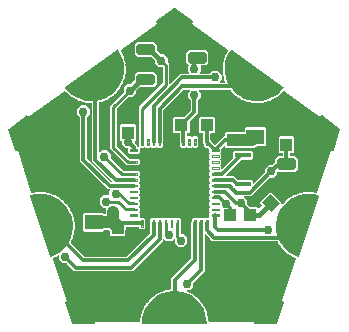
<source format=gbr>
G04 EAGLE Gerber RS-274X export*
G75*
%MOMM*%
%FSLAX34Y34*%
%LPD*%
%INBottom Copper*%
%IPPOS*%
%AMOC8*
5,1,8,0,0,1.08239X$1,22.5*%
G01*
%ADD10R,1.000000X1.100000*%
%ADD11C,0.124994*%
%ADD12R,5.699988X5.699988*%
%ADD13R,1.399997X0.400000*%
%ADD14R,1.100000X1.000000*%
%ADD15R,1.500000X1.300000*%
%ADD16C,0.499997*%
%ADD17C,0.800000*%
%ADD18C,0.756400*%
%ADD19C,1.016000*%
%ADD20C,0.304800*%
%ADD21C,0.254000*%
%ADD22C,0.177800*%
%ADD23C,0.406400*%

G36*
X278630Y226508D02*
X278630Y226508D01*
X278658Y226506D01*
X278726Y226528D01*
X278797Y226542D01*
X278820Y226558D01*
X278847Y226567D01*
X278901Y226614D01*
X278961Y226655D01*
X278976Y226679D01*
X278997Y226697D01*
X279029Y226762D01*
X279068Y226822D01*
X279073Y226850D01*
X279085Y226875D01*
X279094Y226978D01*
X279101Y227019D01*
X279099Y227029D01*
X279100Y227041D01*
X278984Y228519D01*
X316815Y228519D01*
X316900Y228536D01*
X316985Y228548D01*
X316997Y228556D01*
X317011Y228558D01*
X317083Y228607D01*
X317157Y228652D01*
X317165Y228663D01*
X317177Y228671D01*
X317224Y228743D01*
X317275Y228814D01*
X317279Y228828D01*
X317286Y228839D01*
X317296Y228894D01*
X317320Y228988D01*
X317422Y230347D01*
X317413Y230417D01*
X317413Y230487D01*
X317401Y230518D01*
X317397Y230546D01*
X317372Y230590D01*
X317346Y230654D01*
X317343Y230659D01*
X317487Y231292D01*
X317488Y231326D01*
X317499Y231367D01*
X317547Y232014D01*
X317551Y232017D01*
X317595Y232073D01*
X317644Y232123D01*
X317657Y232153D01*
X317674Y232176D01*
X317688Y232225D01*
X317715Y232289D01*
X318242Y234599D01*
X318244Y234669D01*
X318254Y234739D01*
X318247Y234771D01*
X318247Y234799D01*
X318229Y234847D01*
X318213Y234914D01*
X318210Y234919D01*
X318447Y235523D01*
X318454Y235558D01*
X318470Y235596D01*
X318614Y236229D01*
X318619Y236232D01*
X318670Y236280D01*
X318727Y236322D01*
X318744Y236350D01*
X318764Y236370D01*
X318785Y236417D01*
X318821Y236476D01*
X319687Y238681D01*
X319699Y238751D01*
X319719Y238818D01*
X319717Y238851D01*
X319722Y238878D01*
X319710Y238929D01*
X319704Y238998D01*
X319703Y239003D01*
X320027Y239565D01*
X320039Y239598D01*
X320060Y239633D01*
X320297Y240237D01*
X320303Y240239D01*
X320360Y240280D01*
X320423Y240313D01*
X320444Y240338D01*
X320467Y240354D01*
X320494Y240398D01*
X320539Y240451D01*
X321724Y242502D01*
X321733Y242530D01*
X321736Y242535D01*
X321738Y242545D01*
X321746Y242569D01*
X321776Y242633D01*
X321779Y242666D01*
X321787Y242692D01*
X321784Y242744D01*
X321788Y242813D01*
X321788Y242818D01*
X322192Y243326D01*
X322208Y243357D01*
X322235Y243388D01*
X322559Y243950D01*
X322565Y243952D01*
X322628Y243983D01*
X322694Y244007D01*
X322719Y244028D01*
X322744Y244041D01*
X322778Y244080D01*
X322830Y244125D01*
X324307Y245978D01*
X324339Y246040D01*
X324379Y246099D01*
X324386Y246131D01*
X324399Y246156D01*
X324403Y246207D01*
X324417Y246275D01*
X324418Y246280D01*
X324893Y246722D01*
X324914Y246750D01*
X324945Y246777D01*
X325349Y247285D01*
X325355Y247285D01*
X325422Y247307D01*
X325491Y247320D01*
X325519Y247338D01*
X325546Y247347D01*
X325585Y247380D01*
X325643Y247418D01*
X327380Y249029D01*
X327421Y249086D01*
X327469Y249138D01*
X327481Y249169D01*
X327497Y249192D01*
X327509Y249242D01*
X327533Y249307D01*
X327534Y249312D01*
X328070Y249677D01*
X328095Y249702D01*
X328130Y249725D01*
X328605Y250166D01*
X328611Y250166D01*
X328680Y250177D01*
X328751Y250180D01*
X328781Y250194D01*
X328809Y250198D01*
X328852Y250225D01*
X328916Y250254D01*
X330873Y251588D01*
X330922Y251639D01*
X330977Y251683D01*
X330994Y251712D01*
X331013Y251732D01*
X331032Y251780D01*
X331066Y251840D01*
X331068Y251845D01*
X331653Y252127D01*
X331680Y252148D01*
X331718Y252165D01*
X332254Y252530D01*
X332260Y252529D01*
X332330Y252530D01*
X332401Y252522D01*
X332432Y252531D01*
X332460Y252531D01*
X332507Y252552D01*
X332574Y252570D01*
X334709Y253598D01*
X334765Y253641D01*
X334826Y253677D01*
X334846Y253702D01*
X334868Y253719D01*
X334894Y253764D01*
X334937Y253818D01*
X334940Y253823D01*
X335560Y254014D01*
X335590Y254031D01*
X335630Y254042D01*
X336215Y254324D01*
X336220Y254322D01*
X336290Y254312D01*
X336358Y254294D01*
X336391Y254298D01*
X336419Y254294D01*
X336469Y254308D01*
X336537Y254316D01*
X338801Y255014D01*
X338863Y255048D01*
X338929Y255074D01*
X338952Y255097D01*
X338977Y255110D01*
X339009Y255150D01*
X339060Y255198D01*
X339063Y255202D01*
X339704Y255299D01*
X339737Y255311D01*
X339778Y255316D01*
X340399Y255507D01*
X340403Y255504D01*
X340471Y255484D01*
X340536Y255457D01*
X340569Y255456D01*
X340596Y255448D01*
X340647Y255453D01*
X340716Y255451D01*
X343059Y255804D01*
X343125Y255829D01*
X343194Y255845D01*
X343221Y255863D01*
X343247Y255873D01*
X343285Y255908D01*
X343342Y255947D01*
X343459Y256064D01*
X343516Y256103D01*
X343519Y256108D01*
X343523Y256111D01*
X343574Y256192D01*
X343626Y256272D01*
X343626Y256277D01*
X343629Y256281D01*
X343661Y256458D01*
X343661Y265423D01*
X360505Y282266D01*
X360509Y282273D01*
X360515Y282277D01*
X360564Y282356D01*
X360616Y282433D01*
X360617Y282441D01*
X360621Y282448D01*
X360653Y282625D01*
X360653Y312965D01*
X360779Y313090D01*
X360783Y313097D01*
X360790Y313101D01*
X360838Y313180D01*
X360890Y313257D01*
X360891Y313265D01*
X360895Y313272D01*
X360927Y313449D01*
X360927Y315467D01*
X362187Y316727D01*
X365217Y316727D01*
X365843Y316101D01*
X365848Y316098D01*
X365851Y316094D01*
X365931Y316042D01*
X366010Y315990D01*
X366015Y315989D01*
X366020Y315986D01*
X366114Y315970D01*
X366207Y315952D01*
X366212Y315953D01*
X366218Y315952D01*
X366310Y315974D01*
X366403Y315994D01*
X366408Y315997D01*
X366413Y315998D01*
X366561Y316101D01*
X367187Y316727D01*
X370217Y316727D01*
X370843Y316101D01*
X370848Y316098D01*
X370851Y316094D01*
X370931Y316042D01*
X371010Y315990D01*
X371015Y315989D01*
X371020Y315986D01*
X371114Y315970D01*
X371207Y315952D01*
X371212Y315953D01*
X371218Y315952D01*
X371310Y315974D01*
X371403Y315994D01*
X371408Y315997D01*
X371413Y315998D01*
X371561Y316101D01*
X372187Y316727D01*
X375170Y316727D01*
X375175Y316728D01*
X375180Y316727D01*
X375273Y316748D01*
X375367Y316766D01*
X375371Y316769D01*
X375376Y316770D01*
X375454Y316826D01*
X375532Y316879D01*
X375535Y316883D01*
X375540Y316886D01*
X375590Y316968D01*
X375642Y317047D01*
X375643Y317052D01*
X375645Y317057D01*
X375677Y317234D01*
X375677Y320217D01*
X376303Y320843D01*
X376306Y320848D01*
X376310Y320851D01*
X376362Y320931D01*
X376414Y321010D01*
X376415Y321015D01*
X376418Y321020D01*
X376434Y321114D01*
X376452Y321207D01*
X376451Y321212D01*
X376452Y321218D01*
X376430Y321310D01*
X376410Y321403D01*
X376407Y321408D01*
X376406Y321413D01*
X376303Y321561D01*
X375677Y322187D01*
X375677Y325217D01*
X376303Y325843D01*
X376306Y325848D01*
X376310Y325851D01*
X376362Y325931D01*
X376414Y326010D01*
X376415Y326015D01*
X376418Y326020D01*
X376434Y326114D01*
X376452Y326207D01*
X376451Y326212D01*
X376452Y326218D01*
X376430Y326310D01*
X376410Y326403D01*
X376407Y326408D01*
X376406Y326413D01*
X376303Y326561D01*
X375677Y327187D01*
X375677Y330217D01*
X376303Y330843D01*
X376306Y330848D01*
X376310Y330851D01*
X376361Y330931D01*
X376414Y331010D01*
X376415Y331015D01*
X376418Y331020D01*
X376434Y331114D01*
X376452Y331207D01*
X376451Y331212D01*
X376452Y331218D01*
X376430Y331310D01*
X376410Y331403D01*
X376407Y331408D01*
X376406Y331413D01*
X376303Y331561D01*
X375677Y332187D01*
X375677Y335217D01*
X376303Y335843D01*
X376306Y335848D01*
X376310Y335851D01*
X376362Y335931D01*
X376414Y336010D01*
X376415Y336015D01*
X376418Y336020D01*
X376434Y336113D01*
X376452Y336207D01*
X376451Y336212D01*
X376452Y336218D01*
X376430Y336310D01*
X376410Y336403D01*
X376407Y336408D01*
X376406Y336413D01*
X376303Y336561D01*
X375677Y337187D01*
X375677Y340217D01*
X376303Y340843D01*
X376306Y340848D01*
X376310Y340851D01*
X376362Y340931D01*
X376414Y341010D01*
X376415Y341015D01*
X376418Y341020D01*
X376434Y341114D01*
X376452Y341207D01*
X376451Y341212D01*
X376452Y341218D01*
X376430Y341310D01*
X376410Y341403D01*
X376407Y341408D01*
X376406Y341413D01*
X376303Y341561D01*
X375677Y342187D01*
X375677Y345217D01*
X376303Y345843D01*
X376304Y345845D01*
X376306Y345846D01*
X376307Y345849D01*
X376310Y345851D01*
X376362Y345931D01*
X376414Y346010D01*
X376415Y346015D01*
X376418Y346020D01*
X376434Y346114D01*
X376452Y346207D01*
X376451Y346212D01*
X376452Y346218D01*
X376430Y346310D01*
X376410Y346403D01*
X376407Y346408D01*
X376406Y346413D01*
X376303Y346561D01*
X375677Y347187D01*
X375677Y350217D01*
X376303Y350843D01*
X376306Y350848D01*
X376310Y350851D01*
X376362Y350931D01*
X376414Y351010D01*
X376415Y351015D01*
X376418Y351020D01*
X376434Y351114D01*
X376452Y351207D01*
X376451Y351212D01*
X376452Y351218D01*
X376430Y351310D01*
X376410Y351403D01*
X376407Y351408D01*
X376406Y351413D01*
X376303Y351561D01*
X375677Y352187D01*
X375677Y355217D01*
X376303Y355843D01*
X376306Y355848D01*
X376310Y355851D01*
X376362Y355931D01*
X376414Y356010D01*
X376415Y356015D01*
X376418Y356020D01*
X376434Y356114D01*
X376452Y356207D01*
X376451Y356212D01*
X376452Y356218D01*
X376430Y356310D01*
X376410Y356403D01*
X376407Y356408D01*
X376406Y356413D01*
X376303Y356561D01*
X375677Y357187D01*
X375677Y360217D01*
X376303Y360843D01*
X376306Y360848D01*
X376310Y360851D01*
X376362Y360931D01*
X376414Y361010D01*
X376415Y361015D01*
X376418Y361020D01*
X376434Y361114D01*
X376452Y361207D01*
X376451Y361212D01*
X376452Y361218D01*
X376430Y361310D01*
X376410Y361403D01*
X376407Y361408D01*
X376406Y361413D01*
X376303Y361561D01*
X375677Y362187D01*
X375677Y365217D01*
X376303Y365843D01*
X376306Y365848D01*
X376310Y365851D01*
X376362Y365931D01*
X376414Y366010D01*
X376415Y366015D01*
X376418Y366020D01*
X376434Y366114D01*
X376452Y366207D01*
X376451Y366212D01*
X376452Y366218D01*
X376430Y366310D01*
X376410Y366403D01*
X376407Y366408D01*
X376406Y366413D01*
X376303Y366561D01*
X375677Y367187D01*
X375677Y370217D01*
X376303Y370843D01*
X376306Y370848D01*
X376310Y370851D01*
X376362Y370931D01*
X376414Y371010D01*
X376415Y371015D01*
X376418Y371020D01*
X376434Y371114D01*
X376452Y371207D01*
X376451Y371212D01*
X376452Y371218D01*
X376430Y371310D01*
X376410Y371403D01*
X376407Y371408D01*
X376406Y371413D01*
X376303Y371561D01*
X375677Y372187D01*
X375677Y374205D01*
X375676Y374213D01*
X375677Y374221D01*
X375656Y374310D01*
X375638Y374402D01*
X375633Y374408D01*
X375632Y374416D01*
X375529Y374564D01*
X374564Y375529D01*
X374557Y375533D01*
X374553Y375540D01*
X374474Y375588D01*
X374397Y375640D01*
X374389Y375641D01*
X374382Y375645D01*
X374205Y375677D01*
X372187Y375677D01*
X370927Y376937D01*
X370927Y378955D01*
X370926Y378963D01*
X370927Y378971D01*
X370906Y379060D01*
X370888Y379152D01*
X370883Y379158D01*
X370882Y379166D01*
X370779Y379314D01*
X370653Y379439D01*
X370653Y387592D01*
X370652Y387597D01*
X370653Y387602D01*
X370632Y387695D01*
X370614Y387788D01*
X370611Y387793D01*
X370610Y387798D01*
X370554Y387876D01*
X370501Y387954D01*
X370497Y387957D01*
X370494Y387961D01*
X370412Y388012D01*
X370333Y388063D01*
X370328Y388064D01*
X370323Y388067D01*
X370146Y388099D01*
X368251Y388099D01*
X367358Y388992D01*
X367358Y401255D01*
X368251Y402149D01*
X379514Y402149D01*
X380408Y401255D01*
X380408Y388992D01*
X379514Y388099D01*
X377258Y388099D01*
X377253Y388098D01*
X377248Y388099D01*
X377155Y388078D01*
X377061Y388059D01*
X377057Y388057D01*
X377052Y388055D01*
X376974Y388000D01*
X376896Y387947D01*
X376893Y387942D01*
X376889Y387939D01*
X376838Y387858D01*
X376786Y387779D01*
X376786Y387774D01*
X376783Y387769D01*
X376751Y387592D01*
X376751Y382175D01*
X376752Y382167D01*
X376751Y382160D01*
X376772Y382070D01*
X376790Y381978D01*
X376795Y381972D01*
X376797Y381964D01*
X376899Y381816D01*
X380343Y378372D01*
X380348Y378369D01*
X380351Y378365D01*
X380431Y378314D01*
X380510Y378261D01*
X380515Y378260D01*
X380520Y378257D01*
X380614Y378242D01*
X380707Y378224D01*
X380712Y378225D01*
X380718Y378224D01*
X380810Y378246D01*
X380903Y378265D01*
X380908Y378268D01*
X380913Y378269D01*
X381061Y378372D01*
X388156Y385467D01*
X388814Y385467D01*
X388819Y385468D01*
X388825Y385468D01*
X388918Y385488D01*
X389011Y385507D01*
X389015Y385510D01*
X389020Y385511D01*
X389098Y385566D01*
X389177Y385620D01*
X389179Y385624D01*
X389184Y385627D01*
X389234Y385709D01*
X389286Y385788D01*
X389287Y385793D01*
X389290Y385797D01*
X389322Y385975D01*
X389322Y388550D01*
X390215Y389443D01*
X401478Y389443D01*
X401898Y389023D01*
X401905Y389019D01*
X401909Y389013D01*
X401988Y388964D01*
X402065Y388912D01*
X402073Y388911D01*
X402079Y388907D01*
X402257Y388875D01*
X405311Y388875D01*
X405316Y388876D01*
X405321Y388875D01*
X405414Y388896D01*
X405508Y388914D01*
X405512Y388917D01*
X405517Y388918D01*
X405595Y388974D01*
X405673Y389027D01*
X405676Y389031D01*
X405681Y389034D01*
X405731Y389116D01*
X405783Y389195D01*
X405784Y389200D01*
X405786Y389205D01*
X405818Y389382D01*
X405818Y392210D01*
X406711Y393103D01*
X422975Y393103D01*
X423868Y392210D01*
X423868Y377947D01*
X422975Y377054D01*
X416369Y377054D01*
X416361Y377052D01*
X416353Y377054D01*
X416264Y377033D01*
X416172Y377014D01*
X416166Y377010D01*
X416158Y377008D01*
X416010Y376905D01*
X415776Y376671D01*
X415596Y376596D01*
X414371Y376089D01*
X413348Y375665D01*
X401959Y375665D01*
X401951Y375664D01*
X401944Y375665D01*
X401854Y375644D01*
X401763Y375626D01*
X401756Y375621D01*
X401749Y375619D01*
X401601Y375517D01*
X401478Y375394D01*
X390215Y375394D01*
X389322Y376287D01*
X389322Y376785D01*
X389321Y376788D01*
X389322Y376790D01*
X389301Y376885D01*
X389282Y376982D01*
X389280Y376984D01*
X389280Y376987D01*
X389224Y377067D01*
X389169Y377148D01*
X389167Y377149D01*
X389166Y377151D01*
X389082Y377204D01*
X389001Y377257D01*
X388999Y377257D01*
X388996Y377259D01*
X388900Y377275D01*
X388804Y377292D01*
X388801Y377292D01*
X388799Y377292D01*
X388705Y377270D01*
X388608Y377249D01*
X388606Y377247D01*
X388604Y377247D01*
X388456Y377144D01*
X385875Y374564D01*
X385871Y374557D01*
X385865Y374553D01*
X385816Y374474D01*
X385764Y374397D01*
X385763Y374389D01*
X385759Y374382D01*
X385727Y374205D01*
X385727Y372187D01*
X385101Y371561D01*
X385098Y371556D01*
X385094Y371553D01*
X385043Y371473D01*
X384990Y371394D01*
X384989Y371389D01*
X384986Y371384D01*
X384970Y371290D01*
X384952Y371197D01*
X384953Y371192D01*
X384953Y371187D01*
X384974Y371094D01*
X384994Y371001D01*
X384997Y370996D01*
X384998Y370991D01*
X385101Y370843D01*
X385727Y370217D01*
X385727Y367187D01*
X385101Y366561D01*
X385098Y366556D01*
X385094Y366553D01*
X385043Y366473D01*
X384990Y366394D01*
X384989Y366389D01*
X384986Y366384D01*
X384970Y366290D01*
X384952Y366197D01*
X384953Y366192D01*
X384953Y366187D01*
X384974Y366094D01*
X384994Y366001D01*
X384997Y365996D01*
X384998Y365991D01*
X385101Y365843D01*
X385727Y365217D01*
X385727Y362187D01*
X385101Y361561D01*
X385098Y361556D01*
X385094Y361553D01*
X385043Y361473D01*
X384990Y361394D01*
X384989Y361389D01*
X384986Y361384D01*
X384970Y361290D01*
X384952Y361197D01*
X384953Y361192D01*
X384953Y361187D01*
X384974Y361094D01*
X384994Y361001D01*
X384997Y360996D01*
X384998Y360991D01*
X385101Y360843D01*
X385727Y360217D01*
X385727Y358243D01*
X385727Y358240D01*
X385727Y358238D01*
X385747Y358142D01*
X385766Y358046D01*
X385768Y358044D01*
X385768Y358042D01*
X385824Y357961D01*
X385879Y357881D01*
X385881Y357879D01*
X385883Y357877D01*
X385966Y357824D01*
X386047Y357771D01*
X386050Y357771D01*
X386052Y357770D01*
X386148Y357753D01*
X386244Y357736D01*
X386247Y357736D01*
X386250Y357736D01*
X386343Y357758D01*
X386440Y357779D01*
X386442Y357781D01*
X386445Y357782D01*
X386593Y357884D01*
X395662Y366954D01*
X395666Y366960D01*
X395673Y366965D01*
X395722Y367043D01*
X395773Y367121D01*
X395774Y367128D01*
X395779Y367135D01*
X395811Y367312D01*
X395811Y371992D01*
X396704Y372885D01*
X411967Y372885D01*
X412860Y371992D01*
X412860Y366729D01*
X411967Y365835D01*
X403377Y365835D01*
X403369Y365834D01*
X403362Y365835D01*
X403272Y365814D01*
X403181Y365796D01*
X403174Y365791D01*
X403166Y365790D01*
X403018Y365687D01*
X389948Y352617D01*
X389947Y352614D01*
X389945Y352613D01*
X389892Y352532D01*
X389837Y352450D01*
X389837Y352447D01*
X389835Y352445D01*
X389818Y352349D01*
X389800Y352253D01*
X389800Y352250D01*
X389800Y352248D01*
X389821Y352151D01*
X389841Y352057D01*
X389843Y352055D01*
X389843Y352052D01*
X389900Y351972D01*
X389956Y351892D01*
X389958Y351891D01*
X389959Y351889D01*
X390042Y351837D01*
X390125Y351785D01*
X390127Y351784D01*
X390130Y351783D01*
X390307Y351751D01*
X396781Y351751D01*
X399498Y349034D01*
X399505Y349029D01*
X399509Y349023D01*
X399588Y348974D01*
X399665Y348923D01*
X399673Y348921D01*
X399679Y348917D01*
X399857Y348885D01*
X411967Y348885D01*
X412860Y347992D01*
X412860Y346006D01*
X412860Y346004D01*
X412860Y346001D01*
X412880Y345906D01*
X412900Y345810D01*
X412901Y345807D01*
X412902Y345805D01*
X412958Y345724D01*
X413012Y345644D01*
X413014Y345642D01*
X413016Y345640D01*
X413100Y345587D01*
X413180Y345535D01*
X413183Y345534D01*
X413185Y345533D01*
X413282Y345516D01*
X413378Y345499D01*
X413380Y345500D01*
X413383Y345499D01*
X413476Y345521D01*
X413573Y345543D01*
X413575Y345544D01*
X413578Y345545D01*
X413726Y345647D01*
X422738Y354659D01*
X422742Y354666D01*
X422749Y354671D01*
X422798Y354749D01*
X422849Y354826D01*
X422850Y354834D01*
X422854Y354841D01*
X422886Y355018D01*
X422886Y358001D01*
X425995Y361110D01*
X428978Y361110D01*
X428986Y361111D01*
X428994Y361110D01*
X429084Y361131D01*
X429175Y361150D01*
X429181Y361154D01*
X429189Y361156D01*
X429337Y361258D01*
X431428Y363350D01*
X431433Y363356D01*
X431439Y363361D01*
X431488Y363440D01*
X431539Y363517D01*
X431541Y363524D01*
X431545Y363531D01*
X431577Y363708D01*
X431577Y366320D01*
X433934Y368678D01*
X437424Y368678D01*
X437429Y368679D01*
X437434Y368678D01*
X437528Y368699D01*
X437621Y368717D01*
X437625Y368720D01*
X437630Y368722D01*
X437708Y368777D01*
X437786Y368830D01*
X437789Y368835D01*
X437794Y368838D01*
X437844Y368919D01*
X437896Y368998D01*
X437897Y369003D01*
X437899Y369008D01*
X437931Y369185D01*
X437931Y370879D01*
X437930Y370884D01*
X437931Y370889D01*
X437911Y370982D01*
X437892Y371075D01*
X437889Y371079D01*
X437888Y371085D01*
X437832Y371162D01*
X437779Y371241D01*
X437775Y371244D01*
X437772Y371248D01*
X437690Y371299D01*
X437611Y371350D01*
X437606Y371351D01*
X437601Y371354D01*
X437424Y371386D01*
X435349Y371386D01*
X434455Y372279D01*
X434455Y384542D01*
X435349Y385435D01*
X446612Y385435D01*
X447505Y384542D01*
X447505Y372279D01*
X446612Y371386D01*
X444536Y371386D01*
X444531Y371385D01*
X444526Y371386D01*
X444433Y371365D01*
X444340Y371346D01*
X444335Y371343D01*
X444330Y371342D01*
X444252Y371287D01*
X444174Y371234D01*
X444171Y371229D01*
X444167Y371226D01*
X444116Y371145D01*
X444065Y371066D01*
X444064Y371060D01*
X444061Y371056D01*
X444029Y370879D01*
X444029Y369185D01*
X444030Y369180D01*
X444029Y369175D01*
X444050Y369082D01*
X444068Y368989D01*
X444071Y368984D01*
X444073Y368979D01*
X444128Y368901D01*
X444181Y368823D01*
X444185Y368820D01*
X444189Y368816D01*
X444270Y368765D01*
X444349Y368714D01*
X444354Y368713D01*
X444359Y368710D01*
X444536Y368678D01*
X448269Y368678D01*
X450626Y366320D01*
X450626Y357986D01*
X448269Y355628D01*
X434007Y355628D01*
X434002Y355627D01*
X433997Y355628D01*
X433904Y355608D01*
X433811Y355589D01*
X433806Y355586D01*
X433801Y355585D01*
X433723Y355530D01*
X433645Y355476D01*
X433642Y355472D01*
X433638Y355469D01*
X433587Y355387D01*
X433536Y355308D01*
X433535Y355303D01*
X433532Y355299D01*
X433500Y355121D01*
X433500Y353605D01*
X430391Y350496D01*
X427408Y350496D01*
X427400Y350495D01*
X427393Y350496D01*
X427303Y350475D01*
X427212Y350457D01*
X427205Y350452D01*
X427197Y350451D01*
X427049Y350348D01*
X411473Y334771D01*
X405916Y334771D01*
X405913Y334771D01*
X405911Y334771D01*
X405816Y334751D01*
X405719Y334732D01*
X405717Y334730D01*
X405715Y334730D01*
X405634Y334674D01*
X405553Y334619D01*
X405552Y334617D01*
X405550Y334615D01*
X405497Y334532D01*
X405444Y334451D01*
X405444Y334448D01*
X405442Y334446D01*
X405426Y334350D01*
X405409Y334254D01*
X405409Y334251D01*
X405409Y334249D01*
X405431Y334155D01*
X405452Y334058D01*
X405454Y334056D01*
X405454Y334053D01*
X405557Y333905D01*
X407930Y331532D01*
X407930Y328549D01*
X407932Y328541D01*
X407931Y328533D01*
X407952Y328444D01*
X407970Y328352D01*
X407974Y328346D01*
X407976Y328338D01*
X408079Y328190D01*
X410422Y325847D01*
X410429Y325843D01*
X410433Y325836D01*
X410512Y325788D01*
X410589Y325736D01*
X410597Y325735D01*
X410603Y325731D01*
X410781Y325699D01*
X416375Y325699D01*
X417268Y324805D01*
X417268Y324793D01*
X417269Y324791D01*
X417268Y324788D01*
X417289Y324693D01*
X417308Y324597D01*
X417310Y324595D01*
X417310Y324592D01*
X417366Y324511D01*
X417421Y324431D01*
X417423Y324430D01*
X417424Y324427D01*
X417508Y324374D01*
X417589Y324322D01*
X417591Y324321D01*
X417594Y324320D01*
X417690Y324303D01*
X417786Y324286D01*
X417789Y324287D01*
X417791Y324286D01*
X417885Y324308D01*
X417982Y324330D01*
X417984Y324331D01*
X417986Y324332D01*
X418134Y324435D01*
X420349Y326650D01*
X420352Y326654D01*
X420357Y326657D01*
X420408Y326737D01*
X420460Y326817D01*
X420461Y326822D01*
X420464Y326826D01*
X420480Y326920D01*
X420498Y327014D01*
X420497Y327019D01*
X420498Y327024D01*
X420476Y327117D01*
X420456Y327210D01*
X420453Y327214D01*
X420452Y327219D01*
X420349Y327367D01*
X418887Y328829D01*
X418887Y330092D01*
X426852Y338056D01*
X428115Y338056D01*
X436786Y329385D01*
X436786Y328817D01*
X436796Y328769D01*
X436795Y328721D01*
X436815Y328672D01*
X436826Y328621D01*
X436853Y328580D01*
X436872Y328535D01*
X436909Y328498D01*
X436938Y328455D01*
X436979Y328429D01*
X437014Y328394D01*
X437063Y328374D01*
X437106Y328346D01*
X437154Y328337D01*
X437200Y328319D01*
X437258Y328318D01*
X437304Y328310D01*
X437338Y328318D01*
X437380Y328318D01*
X437559Y328349D01*
X437625Y328374D01*
X437693Y328392D01*
X437720Y328411D01*
X437746Y328421D01*
X437783Y328457D01*
X437839Y328498D01*
X439475Y330206D01*
X439512Y330266D01*
X439557Y330321D01*
X439567Y330352D01*
X439582Y330376D01*
X439590Y330427D01*
X439611Y330493D01*
X439612Y330498D01*
X440126Y330895D01*
X440148Y330921D01*
X440182Y330945D01*
X440631Y331414D01*
X440636Y331414D01*
X440705Y331430D01*
X440775Y331437D01*
X440804Y331452D01*
X440832Y331458D01*
X440874Y331488D01*
X440935Y331520D01*
X442807Y332966D01*
X442853Y333019D01*
X442906Y333067D01*
X442920Y333096D01*
X442938Y333117D01*
X442954Y333166D01*
X442985Y333228D01*
X442986Y333234D01*
X443553Y333549D01*
X443580Y333572D01*
X443617Y333591D01*
X444130Y333988D01*
X444136Y333987D01*
X444206Y333992D01*
X444277Y333989D01*
X444308Y333999D01*
X444336Y334001D01*
X444382Y334025D01*
X444447Y334047D01*
X446514Y335198D01*
X446567Y335244D01*
X446626Y335283D01*
X446645Y335310D01*
X446666Y335328D01*
X446689Y335374D01*
X446729Y335431D01*
X446731Y335436D01*
X447338Y335664D01*
X447368Y335682D01*
X447407Y335695D01*
X447974Y336011D01*
X447980Y336010D01*
X448050Y336004D01*
X448119Y335990D01*
X448151Y335996D01*
X448179Y335994D01*
X448228Y336010D01*
X448296Y336023D01*
X450511Y336852D01*
X450571Y336890D01*
X450635Y336920D01*
X450658Y336944D01*
X450681Y336958D01*
X450711Y337001D01*
X450759Y337051D01*
X450762Y337056D01*
X451396Y337190D01*
X451428Y337204D01*
X451469Y337211D01*
X452077Y337439D01*
X452082Y337437D01*
X452151Y337421D01*
X452217Y337397D01*
X452250Y337398D01*
X452277Y337391D01*
X452328Y337400D01*
X452397Y337402D01*
X454711Y337893D01*
X454776Y337921D01*
X454844Y337941D01*
X454869Y337961D01*
X454895Y337972D01*
X454931Y338009D01*
X454985Y338052D01*
X454989Y338056D01*
X455637Y338095D01*
X455670Y338104D01*
X455712Y338105D01*
X456347Y338239D01*
X456351Y338236D01*
X456417Y338210D01*
X456479Y338177D01*
X456511Y338173D01*
X456537Y338163D01*
X456589Y338164D01*
X456658Y338155D01*
X459019Y338295D01*
X459087Y338313D01*
X459157Y338323D01*
X459186Y338339D01*
X459213Y338347D01*
X459254Y338378D01*
X459314Y338412D01*
X459318Y338416D01*
X459964Y338357D01*
X459999Y338361D01*
X460040Y338356D01*
X460688Y338395D01*
X460692Y338391D01*
X460753Y338355D01*
X460809Y338313D01*
X460841Y338304D01*
X460865Y338290D01*
X460916Y338283D01*
X460983Y338265D01*
X463339Y338052D01*
X463409Y338059D01*
X463479Y338059D01*
X463510Y338070D01*
X463538Y338073D01*
X463583Y338098D01*
X463648Y338123D01*
X463652Y338126D01*
X464283Y337972D01*
X464317Y337970D01*
X464357Y337959D01*
X465004Y337901D01*
X465007Y337897D01*
X465062Y337852D01*
X465112Y337802D01*
X465142Y337789D01*
X465163Y337771D01*
X465213Y337757D01*
X465276Y337729D01*
X466578Y337410D01*
X466664Y337407D01*
X466751Y337399D01*
X466764Y337403D01*
X466778Y337402D01*
X466859Y337432D01*
X466942Y337458D01*
X466953Y337467D01*
X466966Y337472D01*
X467029Y337532D01*
X467095Y337588D01*
X467102Y337601D01*
X467112Y337609D01*
X467134Y337660D01*
X467181Y337746D01*
X478900Y373825D01*
X480311Y373241D01*
X480339Y373235D01*
X480365Y373222D01*
X480436Y373216D01*
X480506Y373203D01*
X480534Y373209D01*
X480563Y373206D01*
X480631Y373229D01*
X480701Y373244D01*
X480724Y373260D01*
X480752Y373270D01*
X480805Y373317D01*
X480864Y373358D01*
X480879Y373382D01*
X480901Y373401D01*
X480947Y373491D01*
X480969Y373527D01*
X480971Y373537D01*
X480977Y373549D01*
X486777Y391549D01*
X486780Y391577D01*
X486792Y391604D01*
X486791Y391675D01*
X486799Y391747D01*
X486791Y391774D01*
X486791Y391803D01*
X486763Y391869D01*
X486742Y391937D01*
X486724Y391959D01*
X486713Y391986D01*
X486643Y392058D01*
X486616Y392090D01*
X486606Y392095D01*
X486597Y392105D01*
X471297Y403305D01*
X471270Y403317D01*
X471248Y403336D01*
X471181Y403358D01*
X471116Y403388D01*
X471087Y403389D01*
X471059Y403398D01*
X470989Y403392D01*
X470918Y403394D01*
X470890Y403384D01*
X470861Y403381D01*
X470798Y403348D01*
X470732Y403322D01*
X470711Y403302D01*
X470686Y403288D01*
X470620Y403213D01*
X470590Y403183D01*
X470585Y403173D01*
X470576Y403163D01*
X469767Y401842D01*
X439103Y424123D01*
X439024Y424159D01*
X438947Y424200D01*
X438933Y424201D01*
X438921Y424207D01*
X438834Y424209D01*
X438747Y424217D01*
X438734Y424213D01*
X438720Y424213D01*
X438639Y424182D01*
X438556Y424155D01*
X438545Y424146D01*
X438533Y424141D01*
X438493Y424103D01*
X438417Y424041D01*
X437579Y423050D01*
X437545Y422989D01*
X437504Y422931D01*
X437496Y422899D01*
X437483Y422875D01*
X437477Y422824D01*
X437460Y422756D01*
X437460Y422751D01*
X436972Y422324D01*
X436951Y422296D01*
X436919Y422270D01*
X436499Y421774D01*
X436494Y421774D01*
X436426Y421754D01*
X436356Y421743D01*
X436328Y421726D01*
X436301Y421718D01*
X436261Y421686D01*
X436202Y421650D01*
X434420Y420091D01*
X434377Y420035D01*
X434328Y419984D01*
X434315Y419954D01*
X434298Y419931D01*
X434285Y419882D01*
X434258Y419818D01*
X434257Y419812D01*
X433711Y419463D01*
X433686Y419438D01*
X433650Y419417D01*
X433162Y418990D01*
X433156Y418990D01*
X433086Y418981D01*
X433015Y418980D01*
X432985Y418967D01*
X432957Y418964D01*
X432913Y418938D01*
X432849Y418911D01*
X430854Y417635D01*
X430811Y417593D01*
X430778Y417571D01*
X430773Y417562D01*
X430747Y417543D01*
X430730Y417515D01*
X430710Y417496D01*
X430690Y417448D01*
X430654Y417389D01*
X430652Y417384D01*
X430059Y417120D01*
X430031Y417099D01*
X429993Y417084D01*
X429446Y416734D01*
X429441Y416735D01*
X429370Y416736D01*
X429300Y416746D01*
X429268Y416738D01*
X429240Y416738D01*
X429192Y416719D01*
X429125Y416703D01*
X426962Y415738D01*
X426905Y415697D01*
X426843Y415663D01*
X426822Y415638D01*
X426799Y415622D01*
X426772Y415578D01*
X426728Y415525D01*
X426725Y415520D01*
X426100Y415347D01*
X426069Y415331D01*
X426028Y415321D01*
X425436Y415057D01*
X425431Y415059D01*
X425361Y415070D01*
X425293Y415090D01*
X425261Y415087D01*
X425233Y415092D01*
X425183Y415080D01*
X425114Y415074D01*
X422832Y414442D01*
X422769Y414410D01*
X422702Y414386D01*
X422678Y414364D01*
X422653Y414352D01*
X422619Y414312D01*
X422568Y414266D01*
X422564Y414262D01*
X421920Y414184D01*
X421887Y414173D01*
X421846Y414169D01*
X421220Y413996D01*
X421215Y413999D01*
X421149Y414021D01*
X421084Y414051D01*
X421052Y414053D01*
X421025Y414061D01*
X420974Y414057D01*
X420905Y414061D01*
X418554Y413777D01*
X418487Y413755D01*
X418417Y413740D01*
X418390Y413723D01*
X418363Y413714D01*
X418324Y413680D01*
X418266Y413642D01*
X418262Y413638D01*
X417614Y413657D01*
X417579Y413651D01*
X417538Y413654D01*
X416894Y413576D01*
X416890Y413579D01*
X416827Y413611D01*
X416768Y413650D01*
X416736Y413657D01*
X416711Y413669D01*
X416659Y413673D01*
X416591Y413687D01*
X414224Y413756D01*
X414155Y413744D01*
X414084Y413741D01*
X414054Y413727D01*
X414027Y413722D01*
X413983Y413695D01*
X413920Y413666D01*
X413916Y413663D01*
X413277Y413778D01*
X413242Y413777D01*
X413202Y413786D01*
X412553Y413805D01*
X412549Y413809D01*
X412492Y413850D01*
X412439Y413897D01*
X412409Y413908D01*
X412386Y413925D01*
X412335Y413936D01*
X412271Y413960D01*
X409940Y414381D01*
X409870Y414380D01*
X409799Y414387D01*
X409768Y414378D01*
X409740Y414377D01*
X409693Y414356D01*
X409626Y414337D01*
X409621Y414335D01*
X409007Y414544D01*
X408972Y414549D01*
X408934Y414563D01*
X408295Y414678D01*
X408292Y414683D01*
X408241Y414732D01*
X408196Y414786D01*
X408168Y414802D01*
X408147Y414822D01*
X408099Y414840D01*
X408039Y414874D01*
X405797Y415638D01*
X405727Y415647D01*
X405659Y415664D01*
X405626Y415660D01*
X405598Y415664D01*
X405549Y415650D01*
X405480Y415641D01*
X405475Y415639D01*
X404899Y415938D01*
X404865Y415947D01*
X404829Y415968D01*
X404215Y416177D01*
X404212Y416182D01*
X404169Y416238D01*
X404133Y416298D01*
X404107Y416318D01*
X404090Y416341D01*
X404045Y416366D01*
X403990Y416408D01*
X401888Y417498D01*
X401820Y417517D01*
X401755Y417544D01*
X401722Y417545D01*
X401695Y417553D01*
X401644Y417547D01*
X401575Y417548D01*
X401569Y417547D01*
X401044Y417928D01*
X401012Y417943D01*
X400979Y417968D01*
X400403Y418267D01*
X400402Y418272D01*
X400367Y418333D01*
X400341Y418399D01*
X400318Y418423D01*
X400304Y418447D01*
X400264Y418479D01*
X400216Y418529D01*
X398299Y419919D01*
X398235Y419949D01*
X398175Y419986D01*
X398142Y419991D01*
X398117Y420003D01*
X398065Y420004D01*
X397997Y420016D01*
X397991Y420016D01*
X397529Y420471D01*
X397500Y420490D01*
X397471Y420520D01*
X396946Y420901D01*
X396945Y420906D01*
X396920Y420973D01*
X396904Y421041D01*
X396885Y421068D01*
X396875Y421094D01*
X396840Y421132D01*
X396800Y421188D01*
X395111Y422849D01*
X395052Y422888D01*
X394998Y422933D01*
X394967Y422943D01*
X394944Y422959D01*
X394893Y422968D01*
X394827Y422990D01*
X394822Y422990D01*
X394432Y423509D01*
X394406Y423532D01*
X394382Y423566D01*
X393920Y424022D01*
X393919Y424027D01*
X393905Y424096D01*
X393899Y424166D01*
X393884Y424196D01*
X393878Y424223D01*
X393849Y424265D01*
X393818Y424327D01*
X393509Y424739D01*
X393476Y424768D01*
X393451Y424803D01*
X393402Y424834D01*
X393360Y424872D01*
X393318Y424886D01*
X393281Y424909D01*
X393217Y424921D01*
X393170Y424937D01*
X393139Y424935D01*
X393104Y424941D01*
X367378Y424941D01*
X367376Y424941D01*
X367373Y424941D01*
X367278Y424921D01*
X367182Y424902D01*
X367179Y424900D01*
X367177Y424900D01*
X367096Y424844D01*
X367016Y424789D01*
X367014Y424787D01*
X367012Y424785D01*
X366959Y424702D01*
X366907Y424621D01*
X366906Y424618D01*
X366905Y424616D01*
X366888Y424520D01*
X366871Y424424D01*
X366872Y424421D01*
X366871Y424419D01*
X366893Y424324D01*
X366915Y424228D01*
X366916Y424226D01*
X366917Y424223D01*
X367019Y424075D01*
X368527Y422568D01*
X368527Y418172D01*
X366417Y416062D01*
X366413Y416056D01*
X366407Y416051D01*
X366358Y415973D01*
X366306Y415895D01*
X366305Y415888D01*
X366301Y415881D01*
X366269Y415704D01*
X366269Y404829D01*
X359273Y397833D01*
X359269Y397827D01*
X359262Y397822D01*
X359214Y397743D01*
X359162Y397666D01*
X359161Y397659D01*
X359157Y397652D01*
X359125Y397475D01*
X359125Y389340D01*
X358231Y388447D01*
X357258Y388447D01*
X357253Y388446D01*
X357248Y388447D01*
X357155Y388426D01*
X357061Y388407D01*
X357057Y388404D01*
X357052Y388403D01*
X356974Y388348D01*
X356896Y388295D01*
X356893Y388290D01*
X356889Y388287D01*
X356838Y388206D01*
X356786Y388126D01*
X356786Y388121D01*
X356783Y388117D01*
X356751Y387940D01*
X356751Y386234D01*
X356752Y386229D01*
X356751Y386224D01*
X356772Y386131D01*
X356790Y386038D01*
X356793Y386033D01*
X356794Y386028D01*
X356850Y385950D01*
X356903Y385872D01*
X356907Y385869D01*
X356910Y385865D01*
X356992Y385814D01*
X357071Y385763D01*
X357076Y385762D01*
X357081Y385759D01*
X357258Y385727D01*
X360217Y385727D01*
X360843Y385101D01*
X360848Y385098D01*
X360851Y385094D01*
X360931Y385043D01*
X361010Y384990D01*
X361015Y384989D01*
X361020Y384986D01*
X361114Y384970D01*
X361207Y384952D01*
X361212Y384953D01*
X361217Y384953D01*
X361310Y384974D01*
X361403Y384994D01*
X361408Y384997D01*
X361413Y384998D01*
X361561Y385101D01*
X362187Y385727D01*
X365217Y385727D01*
X366477Y384468D01*
X366477Y376937D01*
X365217Y375677D01*
X362187Y375677D01*
X361561Y376303D01*
X361556Y376306D01*
X361553Y376310D01*
X361473Y376362D01*
X361394Y376414D01*
X361389Y376415D01*
X361384Y376418D01*
X361290Y376434D01*
X361197Y376452D01*
X361192Y376451D01*
X361186Y376452D01*
X361094Y376430D01*
X361001Y376410D01*
X360996Y376407D01*
X360991Y376406D01*
X360843Y376303D01*
X360217Y375677D01*
X357187Y375677D01*
X356561Y376303D01*
X356556Y376306D01*
X356553Y376310D01*
X356473Y376361D01*
X356394Y376414D01*
X356389Y376415D01*
X356384Y376418D01*
X356290Y376434D01*
X356197Y376452D01*
X356192Y376451D01*
X356187Y376452D01*
X356094Y376430D01*
X356001Y376410D01*
X355996Y376407D01*
X355991Y376406D01*
X355843Y376303D01*
X355217Y375677D01*
X352187Y375677D01*
X350927Y376937D01*
X350927Y378955D01*
X350926Y378963D01*
X350927Y378971D01*
X350906Y379060D01*
X350888Y379152D01*
X350883Y379158D01*
X350882Y379166D01*
X350779Y379314D01*
X350653Y379439D01*
X350653Y387940D01*
X350652Y387945D01*
X350653Y387950D01*
X350632Y388043D01*
X350614Y388136D01*
X350611Y388140D01*
X350610Y388145D01*
X350554Y388223D01*
X350501Y388302D01*
X350497Y388305D01*
X350494Y388309D01*
X350412Y388360D01*
X350333Y388411D01*
X350328Y388412D01*
X350323Y388415D01*
X350146Y388447D01*
X345968Y388447D01*
X345075Y389340D01*
X345075Y400603D01*
X345968Y401496D01*
X354103Y401496D01*
X354111Y401498D01*
X354118Y401496D01*
X354208Y401517D01*
X354299Y401536D01*
X354306Y401540D01*
X354314Y401542D01*
X354462Y401645D01*
X360023Y407206D01*
X360027Y407212D01*
X360033Y407217D01*
X360082Y407296D01*
X360134Y407373D01*
X360135Y407381D01*
X360139Y407387D01*
X360171Y407565D01*
X360171Y415704D01*
X360170Y415712D01*
X360171Y415719D01*
X360150Y415809D01*
X360132Y415900D01*
X360127Y415907D01*
X360125Y415914D01*
X360023Y416062D01*
X357913Y418172D01*
X357913Y422568D01*
X359421Y424075D01*
X359422Y424078D01*
X359424Y424079D01*
X359477Y424160D01*
X359531Y424242D01*
X359532Y424245D01*
X359533Y424247D01*
X359551Y424343D01*
X359569Y424439D01*
X359569Y424442D01*
X359569Y424444D01*
X359548Y424541D01*
X359527Y424635D01*
X359526Y424637D01*
X359525Y424640D01*
X359469Y424720D01*
X359413Y424800D01*
X359411Y424801D01*
X359409Y424803D01*
X359325Y424856D01*
X359244Y424907D01*
X359241Y424908D01*
X359239Y424909D01*
X359062Y424941D01*
X354533Y424941D01*
X354525Y424940D01*
X354517Y424941D01*
X354428Y424920D01*
X354336Y424902D01*
X354330Y424897D01*
X354322Y424895D01*
X354174Y424793D01*
X336899Y407518D01*
X336895Y407511D01*
X336889Y407507D01*
X336840Y407428D01*
X336788Y407351D01*
X336787Y407343D01*
X336783Y407336D01*
X336751Y407159D01*
X336751Y379439D01*
X336625Y379314D01*
X336621Y379307D01*
X336614Y379303D01*
X336565Y379224D01*
X336514Y379147D01*
X336513Y379139D01*
X336509Y379132D01*
X336477Y378955D01*
X336477Y376937D01*
X335217Y375677D01*
X332187Y375677D01*
X331561Y376303D01*
X331556Y376306D01*
X331553Y376310D01*
X331473Y376362D01*
X331394Y376414D01*
X331389Y376415D01*
X331384Y376418D01*
X331290Y376434D01*
X331197Y376452D01*
X331192Y376451D01*
X331186Y376452D01*
X331094Y376430D01*
X331001Y376410D01*
X330996Y376407D01*
X330991Y376406D01*
X330843Y376303D01*
X330217Y375677D01*
X327187Y375677D01*
X326561Y376303D01*
X326556Y376306D01*
X326553Y376310D01*
X326473Y376362D01*
X326394Y376414D01*
X326389Y376415D01*
X326384Y376418D01*
X326290Y376434D01*
X326197Y376452D01*
X326192Y376451D01*
X326186Y376452D01*
X326094Y376430D01*
X326001Y376410D01*
X325996Y376407D01*
X325991Y376406D01*
X325843Y376303D01*
X325217Y375677D01*
X322187Y375677D01*
X321561Y376303D01*
X321556Y376306D01*
X321553Y376310D01*
X321473Y376362D01*
X321394Y376414D01*
X321389Y376415D01*
X321384Y376418D01*
X321290Y376434D01*
X321197Y376452D01*
X321192Y376451D01*
X321186Y376452D01*
X321094Y376430D01*
X321001Y376410D01*
X320996Y376407D01*
X320991Y376406D01*
X320843Y376303D01*
X320217Y375677D01*
X317234Y375677D01*
X317229Y375676D01*
X317224Y375677D01*
X317131Y375656D01*
X317037Y375638D01*
X317033Y375635D01*
X317028Y375634D01*
X316950Y375578D01*
X316872Y375525D01*
X316869Y375521D01*
X316864Y375518D01*
X316814Y375436D01*
X316762Y375357D01*
X316761Y375352D01*
X316759Y375347D01*
X316727Y375170D01*
X316727Y372187D01*
X315467Y370927D01*
X313449Y370927D01*
X313441Y370926D01*
X313433Y370927D01*
X313344Y370906D01*
X313252Y370888D01*
X313246Y370883D01*
X313238Y370881D01*
X313090Y370779D01*
X312965Y370653D01*
X310439Y370653D01*
X310314Y370779D01*
X310307Y370783D01*
X310303Y370790D01*
X310223Y370839D01*
X310147Y370890D01*
X310139Y370891D01*
X310132Y370895D01*
X309955Y370927D01*
X307936Y370927D01*
X306677Y372187D01*
X306677Y375186D01*
X306676Y375191D01*
X306677Y375196D01*
X306656Y375289D01*
X306638Y375383D01*
X306635Y375387D01*
X306634Y375392D01*
X306578Y375470D01*
X306525Y375548D01*
X306521Y375551D01*
X306518Y375555D01*
X306436Y375606D01*
X306357Y375658D01*
X306352Y375658D01*
X306347Y375661D01*
X306170Y375693D01*
X305142Y375693D01*
X302033Y378802D01*
X302033Y381013D01*
X302032Y381018D01*
X302033Y381023D01*
X302012Y381117D01*
X301994Y381210D01*
X301991Y381214D01*
X301990Y381219D01*
X301934Y381297D01*
X301881Y381375D01*
X301877Y381378D01*
X301874Y381383D01*
X301792Y381433D01*
X301713Y381485D01*
X301708Y381486D01*
X301703Y381488D01*
X301526Y381520D01*
X301274Y381520D01*
X300381Y382414D01*
X300381Y394677D01*
X301274Y395570D01*
X312537Y395570D01*
X313430Y394677D01*
X313430Y382414D01*
X312795Y381779D01*
X312791Y381772D01*
X312785Y381767D01*
X312736Y381689D01*
X312684Y381612D01*
X312683Y381604D01*
X312679Y381597D01*
X312647Y381420D01*
X312647Y380215D01*
X312648Y380207D01*
X312647Y380199D01*
X312668Y380110D01*
X312686Y380018D01*
X312691Y380012D01*
X312693Y380004D01*
X312795Y379856D01*
X314751Y377901D01*
X314751Y376984D01*
X314752Y376979D01*
X314751Y376974D01*
X314772Y376881D01*
X314790Y376787D01*
X314793Y376783D01*
X314794Y376778D01*
X314850Y376700D01*
X314903Y376622D01*
X314907Y376619D01*
X314910Y376614D01*
X314992Y376564D01*
X315071Y376512D01*
X315076Y376511D01*
X315081Y376509D01*
X315258Y376477D01*
X315420Y376477D01*
X315425Y376478D01*
X315430Y376477D01*
X315523Y376498D01*
X315617Y376516D01*
X315621Y376519D01*
X315626Y376520D01*
X315704Y376576D01*
X315782Y376629D01*
X315785Y376633D01*
X315790Y376636D01*
X315840Y376718D01*
X315892Y376797D01*
X315893Y376802D01*
X315895Y376807D01*
X315927Y376984D01*
X315927Y379314D01*
X315926Y379322D01*
X315927Y379330D01*
X315907Y379415D01*
X315907Y410030D01*
X336147Y430269D01*
X336151Y430276D01*
X336157Y430280D01*
X336206Y430359D01*
X336258Y430436D01*
X336259Y430444D01*
X336263Y430450D01*
X336295Y430628D01*
X336295Y443766D01*
X336294Y443771D01*
X336295Y443776D01*
X336274Y443869D01*
X336256Y443963D01*
X336253Y443967D01*
X336252Y443972D01*
X336196Y444050D01*
X336143Y444128D01*
X336139Y444131D01*
X336136Y444135D01*
X336054Y444186D01*
X335975Y444238D01*
X335970Y444238D01*
X335965Y444241D01*
X335788Y444273D01*
X333082Y444273D01*
X329973Y447382D01*
X329973Y449647D01*
X329972Y449654D01*
X329973Y449662D01*
X329952Y449752D01*
X329934Y449843D01*
X329929Y449850D01*
X329927Y449857D01*
X329825Y450005D01*
X327525Y452305D01*
X327519Y452309D01*
X327514Y452316D01*
X327436Y452364D01*
X327358Y452416D01*
X327351Y452417D01*
X327344Y452421D01*
X327167Y452453D01*
X314905Y452453D01*
X312547Y454811D01*
X312547Y463145D01*
X314905Y465503D01*
X329239Y465503D01*
X331597Y463145D01*
X331597Y458503D01*
X331598Y458496D01*
X331597Y458488D01*
X331618Y458398D01*
X331636Y458307D01*
X331641Y458300D01*
X331643Y458293D01*
X331745Y458145D01*
X334855Y455035D01*
X334861Y455031D01*
X334866Y455025D01*
X334944Y454976D01*
X335022Y454924D01*
X335029Y454923D01*
X335036Y454919D01*
X335213Y454887D01*
X337478Y454887D01*
X340587Y451778D01*
X340587Y448436D01*
X340588Y448428D01*
X340587Y448420D01*
X340608Y448330D01*
X340626Y448239D01*
X340631Y448233D01*
X340633Y448225D01*
X340735Y448077D01*
X341885Y446928D01*
X341885Y430087D01*
X341885Y430084D01*
X341885Y430082D01*
X341905Y429987D01*
X341924Y429890D01*
X341926Y429888D01*
X341926Y429885D01*
X341982Y429805D01*
X342037Y429724D01*
X342039Y429723D01*
X342041Y429721D01*
X342124Y429668D01*
X342205Y429615D01*
X342208Y429615D01*
X342210Y429613D01*
X342306Y429597D01*
X342402Y429580D01*
X342405Y429580D01*
X342407Y429580D01*
X342501Y429602D01*
X342598Y429623D01*
X342600Y429625D01*
X342603Y429625D01*
X342751Y429728D01*
X351681Y438659D01*
X358272Y438659D01*
X358274Y438659D01*
X358277Y438659D01*
X358372Y438679D01*
X358468Y438698D01*
X358471Y438700D01*
X358473Y438700D01*
X358554Y438756D01*
X358634Y438811D01*
X358636Y438813D01*
X358638Y438815D01*
X358691Y438898D01*
X358743Y438979D01*
X358744Y438982D01*
X358745Y438984D01*
X358762Y439080D01*
X358779Y439176D01*
X358778Y439179D01*
X358779Y439181D01*
X358757Y439276D01*
X358735Y439372D01*
X358734Y439374D01*
X358733Y439377D01*
X358631Y439525D01*
X357913Y440242D01*
X357913Y444638D01*
X358246Y444971D01*
X358249Y444975D01*
X358253Y444978D01*
X358304Y445059D01*
X358357Y445138D01*
X358358Y445143D01*
X358361Y445147D01*
X358377Y445241D01*
X358395Y445335D01*
X358393Y445340D01*
X358394Y445345D01*
X358373Y445438D01*
X358353Y445531D01*
X358350Y445535D01*
X358349Y445540D01*
X358246Y445688D01*
X355981Y447953D01*
X355981Y456287D01*
X358339Y458645D01*
X372673Y458645D01*
X375031Y456287D01*
X375031Y447953D01*
X372673Y445595D01*
X368794Y445595D01*
X368792Y445595D01*
X368789Y445595D01*
X368695Y445575D01*
X368598Y445556D01*
X368595Y445554D01*
X368593Y445554D01*
X368513Y445498D01*
X368432Y445443D01*
X368430Y445441D01*
X368428Y445439D01*
X368375Y445355D01*
X368323Y445275D01*
X368322Y445272D01*
X368321Y445270D01*
X368304Y445174D01*
X368287Y445078D01*
X368288Y445075D01*
X368287Y445073D01*
X368309Y444980D01*
X368331Y444882D01*
X368332Y444880D01*
X368333Y444877D01*
X368435Y444729D01*
X368527Y444638D01*
X368527Y440242D01*
X367809Y439525D01*
X367808Y439522D01*
X367806Y439521D01*
X367754Y439441D01*
X367699Y439358D01*
X367698Y439355D01*
X367697Y439353D01*
X367679Y439257D01*
X367661Y439161D01*
X367661Y439158D01*
X367661Y439156D01*
X367682Y439059D01*
X367703Y438965D01*
X367704Y438963D01*
X367705Y438960D01*
X367761Y438880D01*
X367817Y438800D01*
X367819Y438799D01*
X367821Y438797D01*
X367904Y438745D01*
X367986Y438693D01*
X367989Y438692D01*
X367991Y438691D01*
X368168Y438659D01*
X376334Y438659D01*
X376342Y438660D01*
X376349Y438659D01*
X376439Y438680D01*
X376530Y438698D01*
X376537Y438703D01*
X376544Y438705D01*
X376692Y438807D01*
X378802Y440917D01*
X383198Y440917D01*
X386307Y437808D01*
X386307Y433412D01*
X384799Y431905D01*
X384798Y431902D01*
X384796Y431901D01*
X384743Y431820D01*
X384689Y431738D01*
X384688Y431735D01*
X384687Y431733D01*
X384669Y431636D01*
X384651Y431541D01*
X384651Y431538D01*
X384651Y431536D01*
X384672Y431439D01*
X384693Y431345D01*
X384694Y431343D01*
X384695Y431340D01*
X384751Y431260D01*
X384807Y431180D01*
X384809Y431179D01*
X384811Y431177D01*
X384895Y431124D01*
X384976Y431073D01*
X384979Y431072D01*
X384981Y431071D01*
X385158Y431039D01*
X388925Y431039D01*
X388957Y431045D01*
X388989Y431043D01*
X389054Y431065D01*
X389121Y431078D01*
X389148Y431097D01*
X389179Y431107D01*
X389230Y431152D01*
X389287Y431191D01*
X389305Y431218D01*
X389329Y431240D01*
X389366Y431313D01*
X389397Y431359D01*
X389400Y431379D01*
X389401Y431380D01*
X389401Y431382D01*
X389411Y431400D01*
X389422Y431437D01*
X389428Y431507D01*
X389443Y431576D01*
X389438Y431609D01*
X389440Y431636D01*
X389425Y431686D01*
X389413Y431754D01*
X388613Y433983D01*
X388576Y434043D01*
X388547Y434107D01*
X388524Y434130D01*
X388509Y434154D01*
X388467Y434185D01*
X388418Y434233D01*
X388413Y434236D01*
X388287Y434872D01*
X388274Y434905D01*
X388267Y434946D01*
X388048Y435556D01*
X388050Y435561D01*
X388067Y435630D01*
X388092Y435696D01*
X388091Y435729D01*
X388098Y435756D01*
X388090Y435807D01*
X388089Y435876D01*
X387629Y438199D01*
X387602Y438264D01*
X387583Y438332D01*
X387563Y438358D01*
X387553Y438384D01*
X387516Y438420D01*
X387474Y438475D01*
X387470Y438479D01*
X387440Y439127D01*
X387432Y439161D01*
X387431Y439203D01*
X387305Y439839D01*
X387308Y439844D01*
X387335Y439909D01*
X387370Y439970D01*
X387374Y440003D01*
X387385Y440029D01*
X387384Y440080D01*
X387393Y440149D01*
X387285Y442515D01*
X387268Y442583D01*
X387260Y442653D01*
X387244Y442682D01*
X387237Y442709D01*
X387206Y442750D01*
X387173Y442811D01*
X387169Y442815D01*
X387237Y443461D01*
X387233Y443495D01*
X387239Y443536D01*
X387209Y444185D01*
X387213Y444189D01*
X387249Y444249D01*
X387293Y444305D01*
X387302Y444337D01*
X387316Y444361D01*
X387323Y444412D01*
X387343Y444478D01*
X387589Y446833D01*
X387582Y446904D01*
X387584Y446974D01*
X387572Y447005D01*
X387570Y447033D01*
X387545Y447078D01*
X387521Y447143D01*
X387518Y447148D01*
X387681Y447776D01*
X387683Y447811D01*
X387695Y447851D01*
X387762Y448496D01*
X387766Y448500D01*
X387811Y448554D01*
X387862Y448603D01*
X387876Y448633D01*
X387894Y448654D01*
X387909Y448704D01*
X387938Y448766D01*
X388532Y451059D01*
X388536Y451129D01*
X388548Y451199D01*
X388541Y451231D01*
X388543Y451259D01*
X388525Y451308D01*
X388511Y451375D01*
X388509Y451380D01*
X388764Y451977D01*
X388771Y452011D01*
X388779Y452029D01*
X388789Y452049D01*
X388951Y452677D01*
X388956Y452680D01*
X389009Y452727D01*
X389066Y452768D01*
X389084Y452795D01*
X389105Y452814D01*
X389127Y452860D01*
X389165Y452918D01*
X390094Y455096D01*
X390109Y455166D01*
X390131Y455233D01*
X390129Y455265D01*
X390135Y455293D01*
X390125Y455343D01*
X390121Y455412D01*
X390120Y455418D01*
X390461Y455970D01*
X390473Y456002D01*
X390496Y456037D01*
X390750Y456634D01*
X390755Y456636D01*
X390815Y456675D01*
X390878Y456706D01*
X390900Y456731D01*
X390923Y456746D01*
X390952Y456789D01*
X390998Y456841D01*
X391704Y457985D01*
X391734Y458066D01*
X391768Y458145D01*
X391768Y458159D01*
X391773Y458173D01*
X391770Y458259D01*
X391771Y458346D01*
X391765Y458359D01*
X391765Y458373D01*
X391728Y458451D01*
X391695Y458531D01*
X391685Y458542D01*
X391679Y458554D01*
X391637Y458591D01*
X391570Y458661D01*
X360972Y480895D01*
X361982Y482078D01*
X361996Y482103D01*
X362016Y482124D01*
X362044Y482189D01*
X362078Y482252D01*
X362081Y482281D01*
X362092Y482307D01*
X362092Y482379D01*
X362099Y482449D01*
X362091Y482477D01*
X362090Y482506D01*
X362062Y482572D01*
X362041Y482640D01*
X362022Y482662D01*
X362011Y482689D01*
X361941Y482760D01*
X361914Y482792D01*
X361904Y482797D01*
X361894Y482807D01*
X346494Y493907D01*
X346468Y493919D01*
X346447Y493937D01*
X346378Y493959D01*
X346313Y493989D01*
X346284Y493989D01*
X346257Y493998D01*
X346186Y493992D01*
X346114Y493993D01*
X346088Y493983D01*
X346059Y493980D01*
X345968Y493936D01*
X345929Y493920D01*
X345922Y493913D01*
X345910Y493907D01*
X330510Y482807D01*
X330490Y482786D01*
X330465Y482771D01*
X330423Y482713D01*
X330375Y482661D01*
X330365Y482634D01*
X330348Y482610D01*
X330332Y482541D01*
X330308Y482474D01*
X330310Y482445D01*
X330303Y482416D01*
X330315Y482346D01*
X330319Y482275D01*
X330332Y482249D01*
X330337Y482221D01*
X330388Y482135D01*
X330407Y482097D01*
X330415Y482090D01*
X330422Y482078D01*
X331432Y480895D01*
X300834Y458661D01*
X300775Y458598D01*
X300713Y458537D01*
X300708Y458524D01*
X300698Y458514D01*
X300669Y458433D01*
X300635Y458353D01*
X300635Y458339D01*
X300630Y458325D01*
X300635Y458239D01*
X300634Y458152D01*
X300640Y458138D01*
X300640Y458125D01*
X300665Y458075D01*
X300700Y457985D01*
X301406Y456841D01*
X301454Y456789D01*
X301496Y456732D01*
X301524Y456715D01*
X301543Y456694D01*
X301590Y456673D01*
X301649Y456636D01*
X301654Y456634D01*
X301908Y456037D01*
X301928Y456008D01*
X301943Y455970D01*
X302284Y455418D01*
X302283Y455412D01*
X302280Y455342D01*
X302269Y455272D01*
X302277Y455240D01*
X302276Y455212D01*
X302294Y455164D01*
X302310Y455096D01*
X303239Y452918D01*
X303279Y452860D01*
X303311Y452797D01*
X303336Y452776D01*
X303352Y452753D01*
X303396Y452725D01*
X303448Y452680D01*
X303453Y452677D01*
X303615Y452049D01*
X303631Y452018D01*
X303640Y451977D01*
X303895Y451380D01*
X303893Y451375D01*
X303880Y451306D01*
X303859Y451238D01*
X303861Y451206D01*
X303856Y451178D01*
X303867Y451128D01*
X303872Y451059D01*
X304466Y448766D01*
X304497Y448703D01*
X304520Y448636D01*
X304542Y448611D01*
X304554Y448586D01*
X304593Y448552D01*
X304638Y448500D01*
X304642Y448496D01*
X304709Y447851D01*
X304720Y447818D01*
X304723Y447776D01*
X304886Y447148D01*
X304883Y447143D01*
X304860Y447077D01*
X304829Y447013D01*
X304826Y446980D01*
X304817Y446954D01*
X304821Y446902D01*
X304815Y446833D01*
X305061Y444478D01*
X305082Y444411D01*
X305095Y444341D01*
X305113Y444314D01*
X305121Y444287D01*
X305154Y444247D01*
X305191Y444189D01*
X305195Y444185D01*
X305165Y443536D01*
X305171Y443502D01*
X305167Y443461D01*
X305235Y442815D01*
X305231Y442811D01*
X305199Y442749D01*
X305159Y442690D01*
X305151Y442658D01*
X305138Y442634D01*
X305134Y442582D01*
X305119Y442515D01*
X305011Y440149D01*
X305021Y440079D01*
X305024Y440009D01*
X305037Y439979D01*
X305041Y439951D01*
X305068Y439907D01*
X305096Y439844D01*
X305099Y439839D01*
X304973Y439203D01*
X304973Y439168D01*
X304964Y439127D01*
X304934Y438479D01*
X304930Y438475D01*
X304889Y438418D01*
X304840Y438367D01*
X304828Y438336D01*
X304812Y438313D01*
X304800Y438263D01*
X304775Y438199D01*
X304315Y435876D01*
X304315Y435805D01*
X304307Y435735D01*
X304316Y435704D01*
X304316Y435675D01*
X304336Y435628D01*
X304354Y435561D01*
X304356Y435556D01*
X304137Y434946D01*
X304132Y434911D01*
X304117Y434872D01*
X303991Y434236D01*
X303986Y434233D01*
X303937Y434183D01*
X303881Y434139D01*
X303865Y434110D01*
X303845Y434090D01*
X303826Y434043D01*
X303791Y433983D01*
X302991Y431754D01*
X302980Y431684D01*
X302962Y431616D01*
X302966Y431583D01*
X302962Y431556D01*
X302974Y431506D01*
X302982Y431437D01*
X302984Y431432D01*
X302676Y430861D01*
X302666Y430827D01*
X302645Y430791D01*
X302426Y430181D01*
X302421Y430178D01*
X302364Y430136D01*
X302303Y430101D01*
X302282Y430075D01*
X302260Y430059D01*
X302233Y430014D01*
X302190Y429960D01*
X301067Y427876D01*
X301046Y427808D01*
X301018Y427744D01*
X301016Y427711D01*
X301008Y427684D01*
X301014Y427633D01*
X301011Y427563D01*
X301012Y427558D01*
X300622Y427039D01*
X300607Y427008D01*
X300581Y426975D01*
X300273Y426404D01*
X300268Y426402D01*
X300206Y426369D01*
X300140Y426344D01*
X300116Y426321D01*
X300091Y426308D01*
X300059Y426268D01*
X300008Y426221D01*
X298586Y424327D01*
X298556Y424264D01*
X298518Y424204D01*
X298512Y424172D01*
X298500Y424146D01*
X298497Y424095D01*
X298484Y424027D01*
X298484Y424021D01*
X298022Y423566D01*
X298002Y423538D01*
X297972Y423509D01*
X297582Y422990D01*
X297577Y422990D01*
X297510Y422966D01*
X297441Y422951D01*
X297414Y422932D01*
X297388Y422923D01*
X297350Y422888D01*
X297293Y422849D01*
X295604Y421188D01*
X295565Y421130D01*
X295519Y421077D01*
X295508Y421046D01*
X295492Y421022D01*
X295482Y420972D01*
X295459Y420906D01*
X295458Y420901D01*
X294933Y420520D01*
X294909Y420494D01*
X294875Y420471D01*
X294413Y420016D01*
X294407Y420016D01*
X294338Y420003D01*
X294267Y419998D01*
X294238Y419983D01*
X294210Y419978D01*
X294167Y419949D01*
X294105Y419919D01*
X292188Y418529D01*
X292140Y418477D01*
X292087Y418431D01*
X292071Y418402D01*
X292052Y418381D01*
X292035Y418333D01*
X292002Y418272D01*
X292001Y418267D01*
X291425Y417968D01*
X291398Y417946D01*
X291360Y417928D01*
X290835Y417547D01*
X290829Y417548D01*
X290759Y417545D01*
X290688Y417551D01*
X290657Y417541D01*
X290629Y417540D01*
X290582Y417518D01*
X290516Y417498D01*
X288414Y416408D01*
X288359Y416364D01*
X288299Y416327D01*
X288279Y416300D01*
X288257Y416283D01*
X288233Y416237D01*
X288192Y416182D01*
X288189Y416177D01*
X287575Y415968D01*
X287545Y415950D01*
X287505Y415938D01*
X286929Y415639D01*
X286924Y415641D01*
X286854Y415649D01*
X286785Y415665D01*
X286753Y415660D01*
X286725Y415663D01*
X286675Y415648D01*
X286607Y415638D01*
X284365Y414874D01*
X284304Y414838D01*
X284239Y414810D01*
X284216Y414787D01*
X284192Y414773D01*
X284161Y414732D01*
X284112Y414683D01*
X284109Y414678D01*
X283470Y414563D01*
X283438Y414550D01*
X283397Y414544D01*
X282792Y414338D01*
X282772Y414326D01*
X282750Y414321D01*
X282686Y414276D01*
X282619Y414237D01*
X282605Y414219D01*
X282587Y414205D01*
X282545Y414139D01*
X282499Y414077D01*
X282493Y414055D01*
X282481Y414035D01*
X282463Y413936D01*
X282449Y413883D01*
X282451Y413871D01*
X282449Y413858D01*
X282449Y372458D01*
X282449Y372456D01*
X282449Y372453D01*
X282469Y372358D01*
X282488Y372262D01*
X282490Y372259D01*
X282490Y372257D01*
X282546Y372176D01*
X282601Y372096D01*
X282603Y372094D01*
X282605Y372092D01*
X282688Y372039D01*
X282769Y371987D01*
X282772Y371986D01*
X282774Y371985D01*
X282870Y371968D01*
X282966Y371951D01*
X282969Y371952D01*
X282971Y371951D01*
X283066Y371973D01*
X283162Y371995D01*
X283164Y371996D01*
X283167Y371997D01*
X283315Y372099D01*
X284822Y373607D01*
X289218Y373607D01*
X292327Y370498D01*
X292327Y367156D01*
X292328Y367148D01*
X292327Y367140D01*
X292348Y367050D01*
X292366Y366959D01*
X292371Y366953D01*
X292373Y366945D01*
X292475Y366797D01*
X302627Y356645D01*
X302634Y356641D01*
X302638Y356635D01*
X302717Y356586D01*
X302794Y356534D01*
X302802Y356533D01*
X302808Y356529D01*
X302986Y356497D01*
X312979Y356497D01*
X313090Y356477D01*
X315467Y356477D01*
X316727Y355217D01*
X316727Y352187D01*
X316101Y351561D01*
X316098Y351556D01*
X316094Y351553D01*
X316042Y351473D01*
X315990Y351394D01*
X315989Y351389D01*
X315986Y351384D01*
X315970Y351290D01*
X315952Y351197D01*
X315953Y351192D01*
X315952Y351186D01*
X315974Y351094D01*
X315994Y351001D01*
X315997Y350996D01*
X315998Y350991D01*
X316101Y350843D01*
X316727Y350217D01*
X316727Y347187D01*
X316101Y346561D01*
X316098Y346556D01*
X316094Y346553D01*
X316042Y346473D01*
X315990Y346394D01*
X315989Y346389D01*
X315986Y346384D01*
X315970Y346290D01*
X315952Y346197D01*
X315953Y346192D01*
X315952Y346186D01*
X315974Y346094D01*
X315994Y346001D01*
X315997Y345996D01*
X315997Y345995D01*
X315998Y345991D01*
X316101Y345843D01*
X316727Y345217D01*
X316727Y342187D01*
X316101Y341561D01*
X316098Y341556D01*
X316094Y341553D01*
X316042Y341473D01*
X315990Y341394D01*
X315989Y341389D01*
X315986Y341384D01*
X315970Y341290D01*
X315952Y341197D01*
X315953Y341192D01*
X315952Y341186D01*
X315974Y341094D01*
X315994Y341001D01*
X315997Y340996D01*
X315998Y340991D01*
X316101Y340843D01*
X316727Y340217D01*
X316727Y337187D01*
X316101Y336561D01*
X316098Y336556D01*
X316094Y336553D01*
X316042Y336473D01*
X315990Y336394D01*
X315989Y336389D01*
X315986Y336384D01*
X315970Y336290D01*
X315952Y336197D01*
X315953Y336192D01*
X315952Y336186D01*
X315974Y336094D01*
X315994Y336001D01*
X315997Y335996D01*
X315998Y335991D01*
X316101Y335843D01*
X316727Y335217D01*
X316727Y332187D01*
X316101Y331561D01*
X316098Y331556D01*
X316094Y331553D01*
X316042Y331473D01*
X315990Y331394D01*
X315989Y331389D01*
X315986Y331384D01*
X315970Y331290D01*
X315952Y331197D01*
X315953Y331192D01*
X315952Y331186D01*
X315974Y331094D01*
X315994Y331001D01*
X315997Y330996D01*
X315998Y330991D01*
X316101Y330843D01*
X316727Y330217D01*
X316727Y327187D01*
X316101Y326561D01*
X316098Y326556D01*
X316094Y326553D01*
X316042Y326473D01*
X315990Y326394D01*
X315989Y326389D01*
X315986Y326384D01*
X315970Y326290D01*
X315952Y326197D01*
X315953Y326192D01*
X315952Y326186D01*
X315974Y326094D01*
X315994Y326001D01*
X315997Y325996D01*
X315998Y325991D01*
X316101Y325843D01*
X316727Y325217D01*
X316727Y322187D01*
X316101Y321561D01*
X316098Y321556D01*
X316094Y321553D01*
X316042Y321473D01*
X315990Y321394D01*
X315989Y321389D01*
X315986Y321384D01*
X315970Y321290D01*
X315952Y321197D01*
X315953Y321192D01*
X315952Y321186D01*
X315974Y321094D01*
X315994Y321001D01*
X315997Y320996D01*
X315998Y320991D01*
X316101Y320843D01*
X316727Y320217D01*
X316727Y317234D01*
X316728Y317229D01*
X316727Y317224D01*
X316748Y317131D01*
X316766Y317037D01*
X316769Y317033D01*
X316770Y317028D01*
X316826Y316950D01*
X316879Y316872D01*
X316883Y316869D01*
X316886Y316864D01*
X316968Y316814D01*
X317047Y316762D01*
X317052Y316761D01*
X317057Y316759D01*
X317234Y316727D01*
X320217Y316727D01*
X321477Y315467D01*
X321477Y313449D01*
X321478Y313441D01*
X321477Y313433D01*
X321498Y313344D01*
X321516Y313252D01*
X321521Y313246D01*
X321522Y313238D01*
X321625Y313090D01*
X321751Y312965D01*
X321751Y310439D01*
X321625Y310314D01*
X321621Y310307D01*
X321614Y310302D01*
X321566Y310224D01*
X321514Y310147D01*
X321513Y310139D01*
X321509Y310132D01*
X321477Y309955D01*
X321477Y307936D01*
X320217Y306677D01*
X317187Y306677D01*
X315927Y307936D01*
X315927Y308146D01*
X315926Y308151D01*
X315927Y308156D01*
X315906Y308249D01*
X315888Y308342D01*
X315885Y308347D01*
X315884Y308352D01*
X315828Y308430D01*
X315775Y308508D01*
X315771Y308511D01*
X315768Y308515D01*
X315686Y308566D01*
X315607Y308617D01*
X315602Y308618D01*
X315597Y308621D01*
X315420Y308653D01*
X305338Y308653D01*
X305333Y308652D01*
X305328Y308653D01*
X305235Y308632D01*
X305142Y308614D01*
X305138Y308611D01*
X305133Y308610D01*
X305055Y308554D01*
X304976Y308501D01*
X304973Y308497D01*
X304969Y308494D01*
X304918Y308412D01*
X304867Y308333D01*
X304866Y308328D01*
X304863Y308323D01*
X304831Y308146D01*
X304831Y306510D01*
X304790Y306410D01*
X304788Y306401D01*
X304783Y306393D01*
X304751Y306216D01*
X304751Y301692D01*
X303858Y300799D01*
X292595Y300799D01*
X291702Y301692D01*
X291702Y304798D01*
X291700Y304806D01*
X291702Y304813D01*
X291681Y304903D01*
X291662Y304994D01*
X291658Y305001D01*
X291656Y305009D01*
X291553Y305157D01*
X290724Y305986D01*
X290721Y305988D01*
X290719Y305990D01*
X290716Y305992D01*
X290712Y305997D01*
X290634Y306046D01*
X290557Y306097D01*
X290549Y306099D01*
X290542Y306103D01*
X290365Y306135D01*
X288859Y306135D01*
X288854Y306134D01*
X288849Y306135D01*
X288746Y306114D01*
X287482Y306134D01*
X287473Y306133D01*
X287464Y306134D01*
X287375Y306114D01*
X287285Y306098D01*
X287277Y306093D01*
X287268Y306091D01*
X287194Y306038D01*
X287118Y305988D01*
X287112Y305980D01*
X287105Y305975D01*
X287056Y305897D01*
X287006Y305822D01*
X287004Y305812D01*
X286999Y305804D01*
X286996Y305791D01*
X286074Y304868D01*
X269811Y304868D01*
X268917Y305761D01*
X268917Y320024D01*
X269811Y320918D01*
X286074Y320918D01*
X286967Y320024D01*
X286967Y319853D01*
X286967Y319852D01*
X286967Y319851D01*
X286987Y319754D01*
X287006Y319656D01*
X287007Y319655D01*
X287007Y319654D01*
X287063Y319573D01*
X287119Y319491D01*
X287120Y319490D01*
X287121Y319489D01*
X287205Y319435D01*
X287287Y319381D01*
X287288Y319381D01*
X287289Y319380D01*
X287466Y319346D01*
X287520Y319345D01*
X287529Y319347D01*
X287538Y319345D01*
X287628Y319365D01*
X287717Y319381D01*
X287725Y319386D01*
X287734Y319388D01*
X287809Y319441D01*
X287885Y319491D01*
X287890Y319499D01*
X287897Y319504D01*
X287946Y319582D01*
X287997Y319658D01*
X287998Y319667D01*
X288003Y319675D01*
X288035Y319852D01*
X288035Y322624D01*
X288685Y324192D01*
X288686Y324196D01*
X288688Y324199D01*
X288705Y324294D01*
X288723Y324389D01*
X288723Y324392D01*
X288723Y324396D01*
X288702Y324491D01*
X288683Y324585D01*
X288681Y324588D01*
X288680Y324592D01*
X288624Y324671D01*
X288569Y324750D01*
X288566Y324752D01*
X288564Y324755D01*
X288482Y324806D01*
X288401Y324859D01*
X288397Y324859D01*
X288393Y324861D01*
X288216Y324893D01*
X286092Y324893D01*
X282983Y328002D01*
X282983Y332398D01*
X286092Y335507D01*
X290556Y335507D01*
X290641Y335491D01*
X290737Y335473D01*
X290740Y335474D01*
X290742Y335473D01*
X290838Y335495D01*
X290933Y335515D01*
X290935Y335516D01*
X290938Y335517D01*
X291018Y335573D01*
X291098Y335629D01*
X291099Y335631D01*
X291101Y335633D01*
X291153Y335716D01*
X291205Y335798D01*
X291206Y335801D01*
X291207Y335803D01*
X291239Y335980D01*
X291239Y339070D01*
X291956Y339787D01*
X291958Y339790D01*
X291960Y339791D01*
X292012Y339871D01*
X292067Y339954D01*
X292068Y339957D01*
X292069Y339959D01*
X292087Y340055D01*
X292105Y340151D01*
X292104Y340154D01*
X292105Y340156D01*
X292084Y340252D01*
X292063Y340347D01*
X292062Y340349D01*
X292061Y340352D01*
X292005Y340432D01*
X291949Y340512D01*
X291947Y340513D01*
X291945Y340515D01*
X291862Y340567D01*
X291780Y340619D01*
X291777Y340620D01*
X291775Y340621D01*
X291598Y340653D01*
X290035Y340653D01*
X266191Y364497D01*
X266191Y401734D01*
X266190Y401742D01*
X266191Y401749D01*
X266170Y401839D01*
X266152Y401930D01*
X266147Y401937D01*
X266145Y401944D01*
X266043Y402092D01*
X263933Y404202D01*
X263933Y408598D01*
X267042Y411707D01*
X271438Y411707D01*
X274547Y408598D01*
X274547Y404202D01*
X272437Y402092D01*
X272433Y402086D01*
X272427Y402081D01*
X272378Y402003D01*
X272326Y401925D01*
X272325Y401918D01*
X272321Y401911D01*
X272289Y401734D01*
X272289Y367233D01*
X272290Y367225D01*
X272289Y367217D01*
X272310Y367128D01*
X272328Y367036D01*
X272333Y367030D01*
X272335Y367022D01*
X272437Y366874D01*
X292412Y346899D01*
X292419Y346895D01*
X292423Y346889D01*
X292502Y346840D01*
X292579Y346788D01*
X292587Y346787D01*
X292594Y346783D01*
X292771Y346751D01*
X292873Y346751D01*
X292876Y346751D01*
X292878Y346751D01*
X292973Y346771D01*
X293070Y346790D01*
X293072Y346792D01*
X293074Y346792D01*
X293155Y346848D01*
X293235Y346903D01*
X293237Y346905D01*
X293239Y346907D01*
X293292Y346990D01*
X293345Y347071D01*
X293345Y347074D01*
X293347Y347076D01*
X293363Y347172D01*
X293380Y347268D01*
X293380Y347271D01*
X293380Y347273D01*
X293358Y347367D01*
X293337Y347464D01*
X293335Y347466D01*
X293335Y347469D01*
X293232Y347617D01*
X278286Y362563D01*
X276351Y364497D01*
X276351Y413181D01*
X276349Y413193D01*
X276351Y413206D01*
X276329Y413291D01*
X276312Y413377D01*
X276304Y413388D01*
X276301Y413400D01*
X276248Y413470D01*
X276199Y413543D01*
X276188Y413550D01*
X276180Y413560D01*
X276104Y413604D01*
X276031Y413652D01*
X276018Y413654D01*
X276007Y413661D01*
X275902Y413677D01*
X275873Y413685D01*
X275857Y413684D01*
X275834Y413688D01*
X275831Y413687D01*
X275829Y413688D01*
X275812Y413687D01*
X275744Y413671D01*
X275674Y413663D01*
X275644Y413648D01*
X275617Y413642D01*
X275575Y413611D01*
X275514Y413579D01*
X275510Y413576D01*
X274866Y413654D01*
X274831Y413651D01*
X274790Y413657D01*
X274142Y413638D01*
X274138Y413642D01*
X274078Y413679D01*
X274023Y413724D01*
X273991Y413733D01*
X273967Y413748D01*
X273916Y413756D01*
X273850Y413777D01*
X271499Y414061D01*
X271429Y414056D01*
X271359Y414059D01*
X271328Y414048D01*
X271300Y414045D01*
X271254Y414022D01*
X271188Y413999D01*
X271184Y413996D01*
X270558Y414169D01*
X270523Y414172D01*
X270484Y414184D01*
X269840Y414262D01*
X269836Y414266D01*
X269783Y414312D01*
X269735Y414364D01*
X269705Y414378D01*
X269684Y414397D01*
X269635Y414412D01*
X269572Y414442D01*
X267290Y415074D01*
X267220Y415079D01*
X267150Y415092D01*
X267118Y415086D01*
X267090Y415088D01*
X267041Y415072D01*
X266973Y415059D01*
X266968Y415057D01*
X266376Y415321D01*
X266342Y415329D01*
X266304Y415347D01*
X265679Y415520D01*
X265676Y415525D01*
X265630Y415578D01*
X265590Y415636D01*
X265563Y415655D01*
X265545Y415676D01*
X265499Y415699D01*
X265442Y415738D01*
X263279Y416703D01*
X263210Y416718D01*
X263143Y416742D01*
X263111Y416740D01*
X263083Y416747D01*
X263032Y416738D01*
X262963Y416735D01*
X262958Y416734D01*
X262411Y417084D01*
X262379Y417096D01*
X262345Y417120D01*
X261752Y417384D01*
X261750Y417389D01*
X261712Y417449D01*
X261682Y417512D01*
X261658Y417535D01*
X261643Y417558D01*
X261618Y417576D01*
X261611Y417585D01*
X261587Y417600D01*
X261550Y417635D01*
X259555Y418911D01*
X259489Y418937D01*
X259427Y418970D01*
X259394Y418974D01*
X259368Y418984D01*
X259317Y418982D01*
X259248Y418990D01*
X259242Y418990D01*
X258754Y419417D01*
X258724Y419434D01*
X258693Y419463D01*
X258147Y419812D01*
X258146Y419818D01*
X258117Y419882D01*
X258097Y419950D01*
X258076Y419975D01*
X258065Y420001D01*
X258027Y420037D01*
X257984Y420091D01*
X256202Y421650D01*
X256141Y421685D01*
X256084Y421727D01*
X256053Y421736D01*
X256028Y421750D01*
X255977Y421756D01*
X255910Y421774D01*
X255905Y421774D01*
X255485Y422270D01*
X255458Y422291D01*
X255432Y422324D01*
X254944Y422751D01*
X254944Y422756D01*
X254925Y422825D01*
X254915Y422894D01*
X254898Y422923D01*
X254891Y422950D01*
X254859Y422991D01*
X254825Y423050D01*
X253987Y424041D01*
X253919Y424094D01*
X253853Y424152D01*
X253840Y424156D01*
X253829Y424165D01*
X253746Y424188D01*
X253663Y424216D01*
X253650Y424215D01*
X253636Y424219D01*
X253550Y424208D01*
X253463Y424202D01*
X253450Y424195D01*
X253437Y424194D01*
X253389Y424166D01*
X253301Y424123D01*
X222637Y401842D01*
X221828Y403163D01*
X221808Y403184D01*
X221795Y403210D01*
X221741Y403256D01*
X221692Y403308D01*
X221666Y403320D01*
X221643Y403339D01*
X221576Y403360D01*
X221511Y403389D01*
X221482Y403390D01*
X221454Y403399D01*
X221383Y403392D01*
X221312Y403393D01*
X221285Y403382D01*
X221256Y403379D01*
X221167Y403335D01*
X221127Y403319D01*
X221119Y403311D01*
X221107Y403305D01*
X205807Y392105D01*
X205788Y392084D01*
X205763Y392069D01*
X205722Y392011D01*
X205673Y391958D01*
X205664Y391931D01*
X205647Y391907D01*
X205631Y391838D01*
X205607Y391770D01*
X205609Y391742D01*
X205603Y391714D01*
X205617Y391614D01*
X205620Y391572D01*
X205625Y391562D01*
X205627Y391549D01*
X211427Y373549D01*
X211441Y373524D01*
X211447Y373496D01*
X211489Y373438D01*
X211524Y373376D01*
X211547Y373358D01*
X211564Y373335D01*
X211625Y373298D01*
X211682Y373254D01*
X211709Y373247D01*
X211734Y373232D01*
X211805Y373222D01*
X211874Y373204D01*
X211902Y373208D01*
X211931Y373204D01*
X212029Y373226D01*
X212071Y373232D01*
X212080Y373238D01*
X212093Y373241D01*
X213504Y373825D01*
X225223Y337746D01*
X225266Y337671D01*
X225304Y337593D01*
X225315Y337584D01*
X225322Y337572D01*
X225390Y337518D01*
X225456Y337462D01*
X225469Y337457D01*
X225480Y337449D01*
X225564Y337426D01*
X225646Y337399D01*
X225661Y337400D01*
X225674Y337397D01*
X225729Y337404D01*
X225826Y337410D01*
X227128Y337729D01*
X227192Y337759D01*
X227259Y337781D01*
X227284Y337802D01*
X227309Y337814D01*
X227344Y337852D01*
X227397Y337897D01*
X227400Y337901D01*
X228047Y337959D01*
X228080Y337969D01*
X228121Y337972D01*
X228752Y338126D01*
X228756Y338123D01*
X228823Y338099D01*
X228886Y338067D01*
X228919Y338065D01*
X228945Y338055D01*
X228996Y338058D01*
X229065Y338052D01*
X231421Y338265D01*
X231489Y338285D01*
X231558Y338297D01*
X231586Y338314D01*
X231613Y338322D01*
X231653Y338355D01*
X231712Y338391D01*
X231716Y338395D01*
X232364Y338356D01*
X232398Y338361D01*
X232440Y338357D01*
X233086Y338416D01*
X233090Y338412D01*
X233152Y338379D01*
X233210Y338338D01*
X233242Y338330D01*
X233267Y338317D01*
X233318Y338312D01*
X233385Y338295D01*
X235746Y338155D01*
X235816Y338165D01*
X235887Y338167D01*
X235917Y338179D01*
X235945Y338183D01*
X235989Y338210D01*
X236053Y338236D01*
X236057Y338239D01*
X236692Y338105D01*
X236727Y338104D01*
X236767Y338095D01*
X237415Y338056D01*
X237419Y338052D01*
X237475Y338010D01*
X237526Y337961D01*
X237557Y337948D01*
X237579Y337932D01*
X237629Y337919D01*
X237693Y337893D01*
X240007Y337402D01*
X240077Y337402D01*
X240147Y337392D01*
X240179Y337401D01*
X240207Y337400D01*
X240255Y337420D01*
X240322Y337437D01*
X240327Y337439D01*
X240935Y337211D01*
X240969Y337206D01*
X241008Y337190D01*
X241642Y337056D01*
X241645Y337051D01*
X241695Y337001D01*
X241738Y336945D01*
X241766Y336928D01*
X241786Y336908D01*
X241833Y336888D01*
X241893Y336852D01*
X244108Y336023D01*
X244177Y336011D01*
X244245Y335992D01*
X244278Y335995D01*
X244305Y335991D01*
X244356Y336003D01*
X244424Y336010D01*
X244430Y336011D01*
X244997Y335695D01*
X245030Y335685D01*
X245066Y335664D01*
X245673Y335436D01*
X245675Y335431D01*
X245717Y335374D01*
X245751Y335312D01*
X245776Y335291D01*
X245793Y335269D01*
X245837Y335242D01*
X245890Y335198D01*
X247957Y334047D01*
X248024Y334026D01*
X248088Y333996D01*
X248121Y333995D01*
X248148Y333986D01*
X248199Y333991D01*
X248268Y333987D01*
X248274Y333988D01*
X248787Y333591D01*
X248819Y333576D01*
X248851Y333549D01*
X249418Y333234D01*
X249419Y333229D01*
X249451Y333166D01*
X249476Y333100D01*
X249498Y333075D01*
X249511Y333050D01*
X249551Y333017D01*
X249597Y332966D01*
X251469Y331520D01*
X251532Y331489D01*
X251591Y331450D01*
X251623Y331444D01*
X251649Y331431D01*
X251700Y331428D01*
X251768Y331414D01*
X251773Y331414D01*
X252222Y330945D01*
X252251Y330925D01*
X252278Y330895D01*
X252792Y330498D01*
X252793Y330493D01*
X252815Y330426D01*
X252830Y330357D01*
X252848Y330329D01*
X252857Y330303D01*
X252891Y330264D01*
X252929Y330206D01*
X254565Y328498D01*
X254623Y328457D01*
X254676Y328410D01*
X254706Y328399D01*
X254729Y328383D01*
X254780Y328372D01*
X254845Y328349D01*
X254850Y328348D01*
X255224Y327817D01*
X255249Y327793D01*
X255272Y327759D01*
X255721Y327290D01*
X255721Y327284D01*
X255733Y327215D01*
X255737Y327145D01*
X255751Y327115D01*
X255756Y327087D01*
X255784Y327044D01*
X255813Y326981D01*
X257176Y325048D01*
X257227Y324999D01*
X257272Y324945D01*
X257301Y324929D01*
X257321Y324910D01*
X257370Y324892D01*
X257430Y324859D01*
X257436Y324857D01*
X257726Y324277D01*
X257748Y324249D01*
X257765Y324212D01*
X258139Y323681D01*
X258138Y323676D01*
X258140Y323605D01*
X258134Y323535D01*
X258143Y323503D01*
X258144Y323475D01*
X258165Y323428D01*
X258184Y323362D01*
X259244Y321247D01*
X259287Y321192D01*
X259324Y321131D01*
X259350Y321111D01*
X259367Y321089D01*
X259412Y321064D01*
X259467Y321022D01*
X259472Y321020D01*
X259673Y320403D01*
X259690Y320372D01*
X259702Y320332D01*
X259992Y319752D01*
X259990Y319747D01*
X259982Y319677D01*
X259965Y319608D01*
X259969Y319576D01*
X259966Y319548D01*
X259980Y319498D01*
X259989Y319430D01*
X260722Y317181D01*
X260756Y317119D01*
X260783Y317054D01*
X260806Y317031D01*
X260820Y317006D01*
X260861Y316975D01*
X260909Y316925D01*
X260914Y316922D01*
X261020Y316282D01*
X261033Y316249D01*
X261038Y316208D01*
X261239Y315591D01*
X261237Y315586D01*
X261218Y315518D01*
X261191Y315453D01*
X261190Y315420D01*
X261183Y315393D01*
X261189Y315342D01*
X261188Y315273D01*
X261577Y312940D01*
X261602Y312874D01*
X261619Y312805D01*
X261639Y312779D01*
X261649Y312752D01*
X261684Y312715D01*
X261724Y312659D01*
X261728Y312655D01*
X261738Y312006D01*
X261746Y311972D01*
X261745Y311931D01*
X261852Y311291D01*
X261849Y311286D01*
X261820Y311222D01*
X261784Y311161D01*
X261778Y311129D01*
X261767Y311103D01*
X261766Y311052D01*
X261754Y310983D01*
X261791Y308618D01*
X261806Y308549D01*
X261813Y308479D01*
X261828Y308450D01*
X261834Y308422D01*
X261863Y308380D01*
X261895Y308319D01*
X261898Y308314D01*
X261811Y307671D01*
X261813Y307641D01*
X261813Y307639D01*
X261814Y307638D01*
X261814Y307637D01*
X261807Y307596D01*
X261817Y306947D01*
X261813Y306943D01*
X261775Y306883D01*
X261730Y306829D01*
X261720Y306798D01*
X261705Y306774D01*
X261696Y306723D01*
X261675Y306657D01*
X261359Y304313D01*
X261363Y304243D01*
X261359Y304172D01*
X261370Y304141D01*
X261371Y304113D01*
X261395Y304067D01*
X261416Y304002D01*
X261419Y303997D01*
X261238Y303374D01*
X261235Y303339D01*
X261222Y303300D01*
X261135Y302657D01*
X261131Y302653D01*
X261084Y302600D01*
X261032Y302553D01*
X261017Y302524D01*
X260998Y302503D01*
X260982Y302454D01*
X260951Y302392D01*
X260289Y300121D01*
X260283Y300051D01*
X260269Y299981D01*
X260275Y299949D01*
X260272Y299921D01*
X260288Y299872D01*
X260300Y299804D01*
X260302Y299799D01*
X260029Y299210D01*
X260021Y299176D01*
X260003Y299139D01*
X259821Y298516D01*
X259816Y298513D01*
X259763Y298468D01*
X259703Y298429D01*
X259685Y298402D01*
X259663Y298384D01*
X259640Y298338D01*
X259600Y298282D01*
X258607Y296135D01*
X258590Y296066D01*
X258566Y296000D01*
X258567Y295967D01*
X258560Y295940D01*
X258569Y295889D01*
X258570Y295820D01*
X258571Y295814D01*
X258453Y295635D01*
X258433Y295584D01*
X258403Y295538D01*
X258396Y295492D01*
X258378Y295449D01*
X258379Y295395D01*
X258370Y295341D01*
X258380Y295295D01*
X258381Y295249D01*
X258403Y295199D01*
X258415Y295145D01*
X258445Y295103D01*
X258461Y295065D01*
X258490Y295038D01*
X258518Y294997D01*
X269648Y283867D01*
X269655Y283863D01*
X269659Y283857D01*
X269738Y283808D01*
X269815Y283756D01*
X269823Y283755D01*
X269830Y283751D01*
X270007Y283719D01*
X305867Y283719D01*
X305875Y283720D01*
X305883Y283719D01*
X305972Y283740D01*
X306064Y283758D01*
X306070Y283763D01*
X306078Y283765D01*
X306226Y283867D01*
X325505Y303146D01*
X325509Y303153D01*
X325515Y303157D01*
X325564Y303236D01*
X325616Y303313D01*
X325617Y303321D01*
X325621Y303328D01*
X325653Y303505D01*
X325653Y312965D01*
X325779Y313090D01*
X325783Y313097D01*
X325790Y313101D01*
X325838Y313180D01*
X325890Y313257D01*
X325891Y313265D01*
X325895Y313272D01*
X325927Y313449D01*
X325927Y315467D01*
X327187Y316727D01*
X330217Y316727D01*
X330843Y316101D01*
X330848Y316098D01*
X330851Y316094D01*
X330931Y316042D01*
X331010Y315990D01*
X331015Y315989D01*
X331020Y315986D01*
X331114Y315970D01*
X331207Y315952D01*
X331212Y315953D01*
X331218Y315952D01*
X331310Y315974D01*
X331403Y315994D01*
X331408Y315997D01*
X331413Y315998D01*
X331561Y316101D01*
X332187Y316727D01*
X335217Y316727D01*
X335843Y316101D01*
X335848Y316098D01*
X335851Y316094D01*
X335931Y316042D01*
X336010Y315990D01*
X336015Y315989D01*
X336020Y315986D01*
X336114Y315970D01*
X336207Y315952D01*
X336212Y315953D01*
X336218Y315952D01*
X336310Y315974D01*
X336403Y315994D01*
X336408Y315997D01*
X336413Y315998D01*
X336561Y316101D01*
X337187Y316727D01*
X340217Y316727D01*
X340843Y316101D01*
X340848Y316098D01*
X340851Y316094D01*
X340931Y316042D01*
X341010Y315990D01*
X341015Y315989D01*
X341020Y315986D01*
X341114Y315970D01*
X341207Y315952D01*
X341212Y315953D01*
X341218Y315952D01*
X341310Y315974D01*
X341403Y315994D01*
X341408Y315997D01*
X341413Y315998D01*
X341561Y316101D01*
X342187Y316727D01*
X345217Y316727D01*
X345843Y316101D01*
X345848Y316098D01*
X345851Y316094D01*
X345931Y316042D01*
X346010Y315990D01*
X346015Y315989D01*
X346020Y315986D01*
X346114Y315970D01*
X346207Y315952D01*
X346212Y315953D01*
X346218Y315952D01*
X346310Y315974D01*
X346403Y315994D01*
X346408Y315997D01*
X346413Y315998D01*
X346561Y316101D01*
X347187Y316727D01*
X350217Y316727D01*
X351477Y315467D01*
X351477Y313090D01*
X351478Y313082D01*
X351477Y313074D01*
X351497Y312989D01*
X351497Y302994D01*
X351498Y302989D01*
X351497Y302984D01*
X351518Y302891D01*
X351536Y302797D01*
X351539Y302793D01*
X351540Y302788D01*
X351596Y302710D01*
X351649Y302632D01*
X351653Y302629D01*
X351656Y302625D01*
X351738Y302574D01*
X351817Y302522D01*
X351822Y302522D01*
X351827Y302519D01*
X352004Y302487D01*
X353988Y302487D01*
X357097Y299378D01*
X357097Y294982D01*
X353988Y291873D01*
X349592Y291873D01*
X346483Y294982D01*
X346483Y298324D01*
X346482Y298332D01*
X346483Y298340D01*
X346462Y298429D01*
X346444Y298521D01*
X346439Y298527D01*
X346437Y298535D01*
X346335Y298683D01*
X346305Y298713D01*
X346301Y298716D01*
X346298Y298720D01*
X346217Y298771D01*
X346138Y298824D01*
X346133Y298825D01*
X346128Y298827D01*
X346035Y298843D01*
X345941Y298861D01*
X345936Y298860D01*
X345931Y298861D01*
X345838Y298839D01*
X345745Y298820D01*
X345741Y298817D01*
X345736Y298815D01*
X345588Y298713D01*
X343828Y296953D01*
X339432Y296953D01*
X337617Y298769D01*
X337614Y298770D01*
X337613Y298772D01*
X337532Y298825D01*
X337450Y298879D01*
X337447Y298880D01*
X337445Y298881D01*
X337349Y298899D01*
X337253Y298917D01*
X337250Y298917D01*
X337248Y298917D01*
X337151Y298896D01*
X337057Y298875D01*
X337055Y298874D01*
X337052Y298873D01*
X336972Y298817D01*
X336892Y298761D01*
X336891Y298759D01*
X336889Y298757D01*
X336837Y298674D01*
X336785Y298592D01*
X336784Y298589D01*
X336783Y298587D01*
X336751Y298410D01*
X336751Y296879D01*
X311143Y271271D01*
X261627Y271271D01*
X255144Y277755D01*
X255137Y277759D01*
X255133Y277765D01*
X255054Y277814D01*
X254977Y277866D01*
X254969Y277867D01*
X254962Y277871D01*
X254785Y277903D01*
X251802Y277903D01*
X248693Y281012D01*
X248693Y284229D01*
X248685Y284270D01*
X248687Y284311D01*
X248666Y284367D01*
X248654Y284426D01*
X248630Y284460D01*
X248616Y284499D01*
X248575Y284542D01*
X248541Y284592D01*
X248506Y284614D01*
X248478Y284644D01*
X248423Y284668D01*
X248373Y284701D01*
X248332Y284708D01*
X248295Y284725D01*
X248235Y284726D01*
X248176Y284737D01*
X248135Y284728D01*
X248094Y284728D01*
X248030Y284704D01*
X247980Y284693D01*
X247957Y284676D01*
X247926Y284665D01*
X246686Y283923D01*
X246634Y283876D01*
X246576Y283835D01*
X246559Y283807D01*
X246538Y283788D01*
X246516Y283741D01*
X246478Y283683D01*
X246476Y283678D01*
X245876Y283432D01*
X245847Y283413D01*
X245808Y283398D01*
X245251Y283065D01*
X245246Y283066D01*
X245176Y283070D01*
X245106Y283081D01*
X245074Y283074D01*
X245046Y283076D01*
X244997Y283058D01*
X244930Y283044D01*
X243656Y282521D01*
X243584Y282473D01*
X243509Y282429D01*
X243501Y282417D01*
X243489Y282409D01*
X243441Y282337D01*
X243390Y282268D01*
X243386Y282254D01*
X243378Y282242D01*
X243362Y282157D01*
X243341Y282073D01*
X243344Y282058D01*
X243341Y282045D01*
X243353Y281991D01*
X243366Y281895D01*
X255046Y245938D01*
X253586Y245587D01*
X253560Y245575D01*
X253532Y245571D01*
X253470Y245534D01*
X253405Y245504D01*
X253386Y245482D01*
X253362Y245468D01*
X253320Y245409D01*
X253272Y245356D01*
X253263Y245329D01*
X253246Y245306D01*
X253231Y245236D01*
X253207Y245168D01*
X253209Y245140D01*
X253203Y245112D01*
X253218Y245012D01*
X253221Y244970D01*
X253225Y244960D01*
X253227Y244947D01*
X259127Y226847D01*
X259142Y226821D01*
X259149Y226792D01*
X259191Y226735D01*
X259225Y226674D01*
X259249Y226656D01*
X259267Y226632D01*
X259327Y226596D01*
X259383Y226553D01*
X259412Y226546D01*
X259438Y226530D01*
X259534Y226514D01*
X259576Y226503D01*
X259588Y226505D01*
X259602Y226503D01*
X278602Y226503D01*
X278630Y226508D01*
G37*
G36*
X432831Y226509D02*
X432831Y226509D01*
X432861Y226506D01*
X432928Y226528D01*
X432997Y226542D01*
X433022Y226559D01*
X433050Y226569D01*
X433103Y226615D01*
X433161Y226655D01*
X433177Y226680D01*
X433199Y226700D01*
X433245Y226786D01*
X433268Y226822D01*
X433270Y226834D01*
X433277Y226847D01*
X439177Y244947D01*
X439180Y244976D01*
X439191Y245002D01*
X439191Y245074D01*
X439199Y245145D01*
X439191Y245172D01*
X439191Y245201D01*
X439164Y245267D01*
X439143Y245336D01*
X439125Y245358D01*
X439114Y245384D01*
X439063Y245434D01*
X439017Y245489D01*
X438992Y245502D01*
X438972Y245522D01*
X438878Y245562D01*
X438841Y245582D01*
X438830Y245582D01*
X438818Y245587D01*
X437358Y245938D01*
X449038Y281895D01*
X449048Y281981D01*
X449063Y282066D01*
X449060Y282080D01*
X449061Y282094D01*
X449037Y282177D01*
X449018Y282261D01*
X449009Y282273D01*
X449005Y282286D01*
X448951Y282354D01*
X448900Y282424D01*
X448888Y282432D01*
X448879Y282442D01*
X448830Y282468D01*
X448748Y282521D01*
X447474Y283044D01*
X447405Y283057D01*
X447338Y283078D01*
X447305Y283076D01*
X447277Y283082D01*
X447227Y283071D01*
X447158Y283066D01*
X447153Y283065D01*
X446596Y283398D01*
X446563Y283410D01*
X446528Y283432D01*
X445928Y283678D01*
X445926Y283683D01*
X445886Y283742D01*
X445854Y283805D01*
X445829Y283826D01*
X445813Y283849D01*
X445770Y283878D01*
X445718Y283923D01*
X443688Y285137D01*
X443622Y285161D01*
X443558Y285192D01*
X443525Y285195D01*
X443499Y285204D01*
X443448Y285201D01*
X443379Y285207D01*
X443373Y285207D01*
X442872Y285619D01*
X442842Y285635D01*
X442810Y285663D01*
X442253Y285996D01*
X442252Y286001D01*
X442235Y286036D01*
X442234Y286044D01*
X442227Y286053D01*
X442222Y286065D01*
X442199Y286132D01*
X442178Y286157D01*
X442166Y286182D01*
X442127Y286216D01*
X442082Y286269D01*
X440256Y287772D01*
X440194Y287806D01*
X440136Y287846D01*
X440104Y287853D01*
X440079Y287867D01*
X440028Y287871D01*
X439961Y287887D01*
X439955Y287888D01*
X439521Y288370D01*
X439493Y288391D01*
X439467Y288422D01*
X438965Y288835D01*
X438965Y288840D01*
X438944Y288908D01*
X438932Y288977D01*
X438915Y289005D01*
X438907Y289032D01*
X438874Y289072D01*
X438837Y289131D01*
X437255Y290889D01*
X437199Y290931D01*
X437148Y290980D01*
X437117Y290992D01*
X437095Y291009D01*
X437045Y291021D01*
X436980Y291047D01*
X436975Y291048D01*
X436618Y291590D01*
X436593Y291614D01*
X436571Y291650D01*
X436137Y292132D01*
X436138Y292138D01*
X436128Y292208D01*
X436126Y292278D01*
X436113Y292308D01*
X436109Y292336D01*
X436082Y292380D01*
X436055Y292444D01*
X434753Y294419D01*
X434703Y294469D01*
X434660Y294524D01*
X434631Y294541D01*
X434612Y294561D01*
X434564Y294581D01*
X434504Y294616D01*
X434499Y294617D01*
X434227Y295206D01*
X434206Y295234D01*
X434190Y295273D01*
X433833Y295814D01*
X433834Y295820D01*
X433834Y295890D01*
X433843Y295960D01*
X433834Y295992D01*
X433834Y296020D01*
X433815Y296068D01*
X433797Y296135D01*
X433685Y296377D01*
X433628Y296455D01*
X433572Y296533D01*
X433569Y296536D01*
X433567Y296539D01*
X433485Y296588D01*
X433402Y296639D01*
X433398Y296640D01*
X433395Y296642D01*
X433359Y296647D01*
X433225Y296671D01*
X378467Y296671D01*
X376533Y298606D01*
X372617Y302522D01*
X372614Y302523D01*
X372613Y302525D01*
X372532Y302578D01*
X372450Y302633D01*
X372447Y302633D01*
X372445Y302635D01*
X372349Y302652D01*
X372253Y302670D01*
X372250Y302670D01*
X372248Y302670D01*
X372151Y302649D01*
X372057Y302629D01*
X372055Y302627D01*
X372052Y302627D01*
X371972Y302570D01*
X371892Y302514D01*
X371891Y302512D01*
X371889Y302511D01*
X371837Y302428D01*
X371785Y302345D01*
X371784Y302343D01*
X371783Y302340D01*
X371751Y302163D01*
X371751Y270919D01*
X362325Y261494D01*
X362321Y261487D01*
X362315Y261483D01*
X362266Y261404D01*
X362214Y261327D01*
X362213Y261319D01*
X362209Y261312D01*
X362177Y261135D01*
X362177Y258152D01*
X359068Y255043D01*
X356917Y255043D01*
X356831Y255026D01*
X356745Y255013D01*
X356734Y255006D01*
X356721Y255004D01*
X356648Y254954D01*
X356574Y254909D01*
X356566Y254898D01*
X356555Y254891D01*
X356507Y254818D01*
X356456Y254747D01*
X356453Y254734D01*
X356446Y254723D01*
X356430Y254637D01*
X356410Y254552D01*
X356412Y254539D01*
X356410Y254526D01*
X356429Y254440D01*
X356444Y254354D01*
X356451Y254343D01*
X356454Y254330D01*
X356504Y254259D01*
X356551Y254185D01*
X356563Y254177D01*
X356570Y254167D01*
X356617Y254137D01*
X356697Y254079D01*
X356774Y254042D01*
X356807Y254034D01*
X356844Y254014D01*
X357464Y253823D01*
X357467Y253818D01*
X357512Y253764D01*
X357550Y253704D01*
X357576Y253685D01*
X357594Y253663D01*
X357639Y253639D01*
X357695Y253598D01*
X359830Y252570D01*
X359898Y252553D01*
X359964Y252527D01*
X359997Y252528D01*
X360024Y252521D01*
X360075Y252528D01*
X360144Y252529D01*
X360150Y252530D01*
X360686Y252165D01*
X360718Y252151D01*
X360751Y252127D01*
X361336Y251845D01*
X361338Y251840D01*
X361374Y251779D01*
X361402Y251715D01*
X361426Y251692D01*
X361440Y251667D01*
X361482Y251637D01*
X361531Y251588D01*
X363488Y250254D01*
X363553Y250226D01*
X363615Y250191D01*
X363647Y250187D01*
X363673Y250176D01*
X363724Y250176D01*
X363793Y250166D01*
X363799Y250166D01*
X364274Y249725D01*
X364304Y249707D01*
X364334Y249677D01*
X364870Y249312D01*
X364871Y249307D01*
X364897Y249241D01*
X364916Y249173D01*
X364936Y249147D01*
X364946Y249121D01*
X364983Y249084D01*
X365024Y249029D01*
X366761Y247418D01*
X366821Y247381D01*
X366876Y247337D01*
X366908Y247328D01*
X366932Y247313D01*
X366983Y247305D01*
X367049Y247285D01*
X367055Y247285D01*
X367459Y246777D01*
X367486Y246755D01*
X367511Y246722D01*
X367986Y246280D01*
X367987Y246275D01*
X368003Y246206D01*
X368011Y246136D01*
X368027Y246107D01*
X368033Y246080D01*
X368064Y246039D01*
X368097Y245978D01*
X369574Y244125D01*
X369628Y244080D01*
X369676Y244029D01*
X369706Y244015D01*
X369727Y243997D01*
X369777Y243981D01*
X369839Y243952D01*
X369845Y243950D01*
X370169Y243388D01*
X370192Y243362D01*
X370212Y243326D01*
X370616Y242818D01*
X370616Y242813D01*
X370622Y242742D01*
X370620Y242672D01*
X370631Y242641D01*
X370633Y242613D01*
X370657Y242567D01*
X370680Y242502D01*
X371865Y240451D01*
X371912Y240398D01*
X371952Y240340D01*
X371979Y240321D01*
X371998Y240300D01*
X372044Y240278D01*
X372101Y240239D01*
X372107Y240237D01*
X372344Y239633D01*
X372362Y239604D01*
X372377Y239565D01*
X372701Y239003D01*
X372700Y238998D01*
X372695Y238927D01*
X372682Y238858D01*
X372689Y238826D01*
X372687Y238798D01*
X372704Y238749D01*
X372717Y238681D01*
X373583Y236476D01*
X373621Y236416D01*
X373652Y236353D01*
X373676Y236331D01*
X373691Y236307D01*
X373734Y236278D01*
X373785Y236231D01*
X373790Y236229D01*
X373934Y235596D01*
X373948Y235564D01*
X373957Y235523D01*
X374194Y234919D01*
X374191Y234914D01*
X374177Y234845D01*
X374154Y234779D01*
X374155Y234746D01*
X374149Y234718D01*
X374159Y234668D01*
X374162Y234599D01*
X374689Y232289D01*
X374718Y232225D01*
X374739Y232157D01*
X374760Y232132D01*
X374771Y232106D01*
X374809Y232071D01*
X374853Y232017D01*
X374857Y232014D01*
X374905Y231367D01*
X374915Y231333D01*
X374917Y231292D01*
X375061Y230659D01*
X375058Y230654D01*
X375033Y230588D01*
X375000Y230526D01*
X374997Y230493D01*
X374987Y230467D01*
X374989Y230415D01*
X374982Y230347D01*
X375084Y228988D01*
X375107Y228905D01*
X375126Y228820D01*
X375134Y228809D01*
X375138Y228795D01*
X375191Y228727D01*
X375242Y228657D01*
X375254Y228649D01*
X375262Y228638D01*
X375338Y228597D01*
X375412Y228551D01*
X375427Y228548D01*
X375438Y228542D01*
X375494Y228536D01*
X375589Y228519D01*
X413420Y228519D01*
X413304Y227041D01*
X413308Y227013D01*
X413303Y226985D01*
X413320Y226915D01*
X413329Y226844D01*
X413343Y226819D01*
X413349Y226792D01*
X413392Y226734D01*
X413428Y226671D01*
X413450Y226655D01*
X413467Y226632D01*
X413529Y226595D01*
X413587Y226552D01*
X413614Y226545D01*
X413638Y226530D01*
X413739Y226513D01*
X413779Y226503D01*
X413790Y226505D01*
X413802Y226503D01*
X432802Y226503D01*
X432831Y226509D01*
G37*
G36*
X373229Y226508D02*
X373229Y226508D01*
X373256Y226506D01*
X373325Y226528D01*
X373397Y226542D01*
X373419Y226558D01*
X373445Y226566D01*
X373501Y226614D01*
X373561Y226655D01*
X373575Y226678D01*
X373596Y226696D01*
X373629Y226761D01*
X373668Y226822D01*
X373672Y226849D01*
X373684Y226874D01*
X373694Y226978D01*
X373701Y227019D01*
X373699Y227028D01*
X373700Y227039D01*
X373398Y231063D01*
X373390Y231094D01*
X373387Y231137D01*
X372489Y235071D01*
X372476Y235100D01*
X372467Y235143D01*
X370993Y238899D01*
X370976Y238926D01*
X370961Y238967D01*
X368943Y242461D01*
X368922Y242485D01*
X368901Y242523D01*
X366385Y245678D01*
X366360Y245698D01*
X366334Y245733D01*
X363376Y248477D01*
X363349Y248494D01*
X363317Y248524D01*
X359983Y250797D01*
X359954Y250810D01*
X359919Y250835D01*
X356283Y252585D01*
X356252Y252593D01*
X356213Y252613D01*
X352357Y253802D01*
X352326Y253805D01*
X352284Y253819D01*
X348294Y254420D01*
X348262Y254419D01*
X348220Y254426D01*
X344184Y254426D01*
X344153Y254419D01*
X344110Y254420D01*
X340120Y253819D01*
X340090Y253808D01*
X340047Y253802D01*
X336191Y252613D01*
X336163Y252597D01*
X336121Y252585D01*
X332485Y250835D01*
X332460Y250815D01*
X332421Y250797D01*
X329087Y248524D01*
X329064Y248501D01*
X329028Y248477D01*
X326070Y245733D01*
X326052Y245707D01*
X326019Y245678D01*
X323503Y242523D01*
X323489Y242495D01*
X323461Y242461D01*
X321443Y238967D01*
X321433Y238936D01*
X321411Y238899D01*
X319937Y235143D01*
X319931Y235111D01*
X319915Y235071D01*
X319017Y231137D01*
X319016Y231105D01*
X319006Y231063D01*
X318704Y227039D01*
X318708Y227012D01*
X318703Y226985D01*
X318720Y226915D01*
X318729Y226842D01*
X318743Y226818D01*
X318749Y226792D01*
X318792Y226733D01*
X318829Y226670D01*
X318851Y226654D01*
X318867Y226632D01*
X318930Y226595D01*
X318988Y226551D01*
X319015Y226544D01*
X319038Y226530D01*
X319142Y226513D01*
X319181Y226503D01*
X319191Y226505D01*
X319202Y226503D01*
X373202Y226503D01*
X373229Y226508D01*
G37*
G36*
X417500Y415193D02*
X417500Y415193D01*
X417543Y415191D01*
X421548Y415676D01*
X421579Y415686D01*
X421622Y415690D01*
X425510Y416766D01*
X425538Y416781D01*
X425580Y416792D01*
X429265Y418435D01*
X429290Y418454D01*
X429330Y418471D01*
X432729Y420645D01*
X432751Y420667D01*
X432788Y420690D01*
X435824Y423347D01*
X435844Y423372D01*
X435877Y423400D01*
X438483Y426479D01*
X438496Y426503D01*
X438516Y426522D01*
X438544Y426590D01*
X438579Y426654D01*
X438582Y426681D01*
X438592Y426706D01*
X438591Y426779D01*
X438599Y426852D01*
X438591Y426878D01*
X438591Y426905D01*
X438562Y426972D01*
X438540Y427042D01*
X438522Y427062D01*
X438512Y427087D01*
X438438Y427163D01*
X438412Y427194D01*
X438403Y427198D01*
X438395Y427206D01*
X394695Y458906D01*
X394670Y458917D01*
X394650Y458935D01*
X394581Y458958D01*
X394514Y458989D01*
X394487Y458989D01*
X394461Y458998D01*
X394388Y458992D01*
X394315Y458994D01*
X394290Y458984D01*
X394263Y458982D01*
X394198Y458948D01*
X394130Y458921D01*
X394111Y458902D01*
X394087Y458889D01*
X394017Y458810D01*
X393988Y458782D01*
X393985Y458773D01*
X393977Y458764D01*
X391859Y455331D01*
X391848Y455301D01*
X391825Y455264D01*
X390242Y451553D01*
X390235Y451522D01*
X390218Y451483D01*
X389206Y447577D01*
X389204Y447545D01*
X389192Y447504D01*
X388774Y443491D01*
X388777Y443459D01*
X388771Y443417D01*
X388955Y439386D01*
X388963Y439356D01*
X388964Y439312D01*
X389747Y435354D01*
X389759Y435325D01*
X389767Y435283D01*
X391131Y431486D01*
X391141Y431469D01*
X391145Y431453D01*
X391153Y431441D01*
X391161Y431417D01*
X393075Y427866D01*
X393096Y427842D01*
X393116Y427803D01*
X395538Y424577D01*
X395562Y424556D01*
X395587Y424521D01*
X398463Y421692D01*
X398490Y421674D01*
X398520Y421643D01*
X401786Y419275D01*
X401815Y419261D01*
X401850Y419235D01*
X405432Y417380D01*
X405463Y417371D01*
X405500Y417350D01*
X409319Y416049D01*
X409351Y416045D01*
X409392Y416030D01*
X413362Y415313D01*
X413394Y415314D01*
X413436Y415305D01*
X417469Y415188D01*
X417500Y415193D01*
G37*
G36*
X278968Y415305D02*
X278968Y415305D01*
X278999Y415313D01*
X279042Y415313D01*
X283012Y416030D01*
X283042Y416042D01*
X283085Y416049D01*
X286904Y417350D01*
X286931Y417366D01*
X286972Y417380D01*
X290554Y419235D01*
X290579Y419255D01*
X290618Y419275D01*
X293884Y421643D01*
X293905Y421667D01*
X293941Y421692D01*
X296817Y424521D01*
X296835Y424547D01*
X296866Y424577D01*
X299288Y427803D01*
X299302Y427832D01*
X299329Y427866D01*
X301243Y431417D01*
X301252Y431448D01*
X301269Y431479D01*
X301272Y431483D01*
X301272Y431484D01*
X301273Y431486D01*
X302637Y435283D01*
X302642Y435314D01*
X302657Y435354D01*
X303440Y439312D01*
X303440Y439344D01*
X303449Y439386D01*
X303633Y443417D01*
X303628Y443448D01*
X303631Y443491D01*
X303212Y447504D01*
X303202Y447534D01*
X303199Y447577D01*
X302186Y451483D01*
X302172Y451511D01*
X302162Y451553D01*
X300580Y455264D01*
X300561Y455290D01*
X300545Y455331D01*
X298427Y458764D01*
X298408Y458784D01*
X298396Y458808D01*
X298341Y458856D01*
X298291Y458909D01*
X298266Y458920D01*
X298245Y458938D01*
X298176Y458960D01*
X298109Y458990D01*
X298082Y458990D01*
X298056Y458998D01*
X297983Y458992D01*
X297910Y458993D01*
X297885Y458983D01*
X297858Y458980D01*
X297764Y458933D01*
X297726Y458918D01*
X297719Y458911D01*
X297709Y458906D01*
X254009Y427206D01*
X253990Y427186D01*
X253967Y427172D01*
X253924Y427113D01*
X253874Y427060D01*
X253865Y427034D01*
X253849Y427012D01*
X253832Y426941D01*
X253808Y426872D01*
X253809Y426845D01*
X253803Y426819D01*
X253815Y426747D01*
X253820Y426674D01*
X253832Y426650D01*
X253836Y426623D01*
X253890Y426532D01*
X253908Y426496D01*
X253915Y426490D01*
X253921Y426479D01*
X256527Y423400D01*
X256552Y423380D01*
X256580Y423347D01*
X259616Y420690D01*
X259643Y420674D01*
X259676Y420645D01*
X263074Y418471D01*
X263104Y418459D01*
X263139Y418435D01*
X266824Y416792D01*
X266855Y416785D01*
X266894Y416766D01*
X270782Y415690D01*
X270814Y415688D01*
X270856Y415676D01*
X274861Y415191D01*
X274893Y415194D01*
X274935Y415188D01*
X278968Y415305D01*
G37*
G36*
X241202Y283207D02*
X241202Y283207D01*
X241229Y283204D01*
X241332Y283227D01*
X241372Y283233D01*
X241380Y283238D01*
X241392Y283240D01*
X245121Y284771D01*
X245148Y284789D01*
X245188Y284805D01*
X248648Y286874D01*
X248671Y286896D01*
X248709Y286917D01*
X251822Y289480D01*
X251842Y289504D01*
X251875Y289531D01*
X254571Y292529D01*
X254588Y292556D01*
X254617Y292588D01*
X256836Y295954D01*
X256848Y295983D01*
X256873Y296019D01*
X258565Y299678D01*
X258573Y299709D01*
X258591Y299748D01*
X259720Y303619D01*
X259722Y303650D01*
X259735Y303692D01*
X260274Y307687D01*
X260272Y307719D01*
X260279Y307762D01*
X260216Y311793D01*
X260209Y311824D01*
X260209Y311867D01*
X259547Y315844D01*
X259535Y315874D01*
X259529Y315916D01*
X258281Y319750D01*
X258265Y319778D01*
X258253Y319819D01*
X256447Y323424D01*
X256428Y323449D01*
X256409Y323488D01*
X254086Y326783D01*
X254063Y326805D01*
X254039Y326841D01*
X251251Y329754D01*
X251225Y329772D01*
X251196Y329803D01*
X248005Y332268D01*
X247976Y332282D01*
X247943Y332309D01*
X244420Y334270D01*
X244390Y334280D01*
X244353Y334302D01*
X240577Y335716D01*
X240546Y335721D01*
X240506Y335737D01*
X236562Y336573D01*
X236530Y336573D01*
X236488Y336583D01*
X232463Y336822D01*
X232432Y336818D01*
X232388Y336821D01*
X228373Y336457D01*
X228343Y336448D01*
X228300Y336445D01*
X224383Y335487D01*
X224359Y335475D01*
X224332Y335471D01*
X224270Y335433D01*
X224204Y335402D01*
X224185Y335382D01*
X224162Y335368D01*
X224120Y335308D01*
X224071Y335254D01*
X224062Y335228D01*
X224046Y335206D01*
X224030Y335135D01*
X224007Y335066D01*
X224009Y335039D01*
X224003Y335012D01*
X224018Y334908D01*
X224021Y334867D01*
X224026Y334859D01*
X224027Y334847D01*
X240727Y283547D01*
X240741Y283524D01*
X240747Y283497D01*
X240789Y283438D01*
X240825Y283374D01*
X240847Y283358D01*
X240863Y283336D01*
X240925Y283298D01*
X240983Y283253D01*
X241009Y283247D01*
X241033Y283232D01*
X241105Y283222D01*
X241175Y283203D01*
X241202Y283207D01*
G37*
G36*
X451234Y283209D02*
X451234Y283209D01*
X451261Y283206D01*
X451331Y283229D01*
X451402Y283245D01*
X451424Y283260D01*
X451450Y283269D01*
X451505Y283317D01*
X451565Y283359D01*
X451579Y283382D01*
X451600Y283400D01*
X451648Y283493D01*
X451670Y283528D01*
X451671Y283537D01*
X451677Y283547D01*
X468377Y334847D01*
X468380Y334874D01*
X468391Y334899D01*
X468391Y334973D01*
X468399Y335045D01*
X468392Y335071D01*
X468392Y335098D01*
X468364Y335166D01*
X468343Y335236D01*
X468326Y335257D01*
X468315Y335282D01*
X468263Y335333D01*
X468217Y335389D01*
X468193Y335402D01*
X468173Y335421D01*
X468077Y335463D01*
X468041Y335482D01*
X468031Y335482D01*
X468021Y335487D01*
X464104Y336445D01*
X464073Y336446D01*
X464031Y336457D01*
X460016Y336821D01*
X459984Y336817D01*
X459941Y336822D01*
X455916Y336583D01*
X455886Y336575D01*
X455842Y336573D01*
X451898Y335737D01*
X451869Y335724D01*
X451827Y335716D01*
X448051Y334302D01*
X448024Y334285D01*
X447984Y334270D01*
X444461Y332309D01*
X444437Y332288D01*
X444399Y332268D01*
X441208Y329803D01*
X441187Y329779D01*
X441153Y329754D01*
X438365Y326841D01*
X438348Y326814D01*
X438318Y326783D01*
X435995Y323488D01*
X435982Y323459D01*
X435957Y323424D01*
X434151Y319819D01*
X434143Y319788D01*
X434123Y319750D01*
X432875Y315916D01*
X432871Y315885D01*
X432857Y315844D01*
X432195Y311867D01*
X432196Y311835D01*
X432188Y311793D01*
X432125Y307762D01*
X432131Y307730D01*
X432130Y307687D01*
X432669Y303692D01*
X432679Y303661D01*
X432684Y303619D01*
X433813Y299748D01*
X433827Y299720D01*
X433839Y299678D01*
X435531Y296019D01*
X435550Y295993D01*
X435568Y295954D01*
X437787Y292588D01*
X437809Y292565D01*
X437833Y292529D01*
X440529Y289531D01*
X440554Y289512D01*
X440583Y289480D01*
X443695Y286917D01*
X443723Y286902D01*
X443756Y286874D01*
X447216Y284805D01*
X447246Y284794D01*
X447283Y284771D01*
X451012Y283240D01*
X451039Y283235D01*
X451063Y283222D01*
X451136Y283217D01*
X451208Y283203D01*
X451234Y283209D01*
G37*
%LPC*%
G36*
X305700Y360907D02*
X305700Y360907D01*
X291845Y374762D01*
X291845Y411368D01*
X303155Y422677D01*
X303159Y422684D01*
X303165Y422688D01*
X303214Y422767D01*
X303266Y422844D01*
X303267Y422852D01*
X303271Y422858D01*
X303303Y423036D01*
X303303Y426378D01*
X306412Y429487D01*
X308677Y429487D01*
X308684Y429488D01*
X308692Y429487D01*
X308782Y429508D01*
X308873Y429526D01*
X308880Y429531D01*
X308887Y429533D01*
X309035Y429635D01*
X312399Y432999D01*
X312403Y433005D01*
X312410Y433010D01*
X312458Y433088D01*
X312510Y433166D01*
X312511Y433173D01*
X312515Y433180D01*
X312547Y433357D01*
X312547Y437745D01*
X314905Y440103D01*
X329239Y440103D01*
X331597Y437745D01*
X331597Y429411D01*
X329239Y427053D01*
X316723Y427053D01*
X316716Y427052D01*
X316708Y427053D01*
X316618Y427032D01*
X316527Y427014D01*
X316520Y427009D01*
X316513Y427007D01*
X316365Y426905D01*
X314065Y424605D01*
X314061Y424599D01*
X314055Y424594D01*
X314006Y424516D01*
X313954Y424438D01*
X313953Y424431D01*
X313949Y424424D01*
X313917Y424247D01*
X313917Y421982D01*
X310808Y418873D01*
X307466Y418873D01*
X307458Y418872D01*
X307450Y418873D01*
X307360Y418852D01*
X307269Y418834D01*
X307263Y418829D01*
X307255Y418827D01*
X307107Y418725D01*
X297583Y409201D01*
X297579Y409194D01*
X297573Y409190D01*
X297524Y409111D01*
X297472Y409034D01*
X297471Y409026D01*
X297467Y409020D01*
X297435Y408842D01*
X297435Y377288D01*
X297436Y377280D01*
X297435Y377272D01*
X297456Y377182D01*
X297474Y377091D01*
X297479Y377085D01*
X297481Y377077D01*
X297583Y376929D01*
X307867Y366645D01*
X307874Y366641D01*
X307878Y366635D01*
X307957Y366586D01*
X308034Y366534D01*
X308042Y366533D01*
X308048Y366529D01*
X308226Y366497D01*
X312979Y366497D01*
X313090Y366477D01*
X315467Y366477D01*
X316727Y365217D01*
X316727Y362187D01*
X315467Y360927D01*
X313090Y360927D01*
X313082Y360926D01*
X313074Y360927D01*
X312989Y360907D01*
X305700Y360907D01*
G37*
%LPD*%
D10*
X440980Y378411D03*
X440980Y395411D03*
D11*
X377827Y374327D02*
X377827Y373077D01*
X377827Y374327D02*
X383577Y374327D01*
X383577Y373077D01*
X377827Y373077D01*
X377827Y374264D02*
X383577Y374264D01*
X377827Y369327D02*
X377827Y368077D01*
X377827Y369327D02*
X383577Y369327D01*
X383577Y368077D01*
X377827Y368077D01*
X377827Y369264D02*
X383577Y369264D01*
X377827Y364327D02*
X377827Y363077D01*
X377827Y364327D02*
X383577Y364327D01*
X383577Y363077D01*
X377827Y363077D01*
X377827Y364264D02*
X383577Y364264D01*
X377827Y359327D02*
X377827Y358077D01*
X377827Y359327D02*
X383577Y359327D01*
X383577Y358077D01*
X377827Y358077D01*
X377827Y359264D02*
X383577Y359264D01*
X377827Y354327D02*
X377827Y353077D01*
X377827Y354327D02*
X383577Y354327D01*
X383577Y353077D01*
X377827Y353077D01*
X377827Y354264D02*
X383577Y354264D01*
X377827Y349327D02*
X377827Y348077D01*
X377827Y349327D02*
X383577Y349327D01*
X383577Y348077D01*
X377827Y348077D01*
X377827Y349264D02*
X383577Y349264D01*
X377827Y344327D02*
X377827Y343077D01*
X377827Y344327D02*
X383577Y344327D01*
X383577Y343077D01*
X377827Y343077D01*
X377827Y344264D02*
X383577Y344264D01*
X377827Y339327D02*
X377827Y338077D01*
X377827Y339327D02*
X383577Y339327D01*
X383577Y338077D01*
X377827Y338077D01*
X377827Y339264D02*
X383577Y339264D01*
X377827Y334327D02*
X377827Y333077D01*
X377827Y334327D02*
X383577Y334327D01*
X383577Y333077D01*
X377827Y333077D01*
X377827Y334264D02*
X383577Y334264D01*
X377827Y329327D02*
X377827Y328077D01*
X377827Y329327D02*
X383577Y329327D01*
X383577Y328077D01*
X377827Y328077D01*
X377827Y329264D02*
X383577Y329264D01*
X377827Y324327D02*
X377827Y323077D01*
X377827Y324327D02*
X383577Y324327D01*
X383577Y323077D01*
X377827Y323077D01*
X377827Y324264D02*
X383577Y324264D01*
X377827Y319327D02*
X377827Y318077D01*
X377827Y319327D02*
X383577Y319327D01*
X383577Y318077D01*
X377827Y318077D01*
X377827Y319264D02*
X383577Y319264D01*
X374327Y314577D02*
X373077Y314577D01*
X374327Y314577D02*
X374327Y308827D01*
X373077Y308827D01*
X373077Y314577D01*
X373077Y310014D02*
X374327Y310014D01*
X374327Y311201D02*
X373077Y311201D01*
X373077Y312388D02*
X374327Y312388D01*
X374327Y313575D02*
X373077Y313575D01*
X369327Y314577D02*
X368077Y314577D01*
X369327Y314577D02*
X369327Y308827D01*
X368077Y308827D01*
X368077Y314577D01*
X368077Y310014D02*
X369327Y310014D01*
X369327Y311201D02*
X368077Y311201D01*
X368077Y312388D02*
X369327Y312388D01*
X369327Y313575D02*
X368077Y313575D01*
X364327Y314577D02*
X363077Y314577D01*
X364327Y314577D02*
X364327Y308827D01*
X363077Y308827D01*
X363077Y314577D01*
X363077Y310014D02*
X364327Y310014D01*
X364327Y311201D02*
X363077Y311201D01*
X363077Y312388D02*
X364327Y312388D01*
X364327Y313575D02*
X363077Y313575D01*
X359327Y314577D02*
X358077Y314577D01*
X359327Y314577D02*
X359327Y308827D01*
X358077Y308827D01*
X358077Y314577D01*
X358077Y310014D02*
X359327Y310014D01*
X359327Y311201D02*
X358077Y311201D01*
X358077Y312388D02*
X359327Y312388D01*
X359327Y313575D02*
X358077Y313575D01*
X354327Y314577D02*
X353077Y314577D01*
X354327Y314577D02*
X354327Y308827D01*
X353077Y308827D01*
X353077Y314577D01*
X353077Y310014D02*
X354327Y310014D01*
X354327Y311201D02*
X353077Y311201D01*
X353077Y312388D02*
X354327Y312388D01*
X354327Y313575D02*
X353077Y313575D01*
X349327Y314577D02*
X348077Y314577D01*
X349327Y314577D02*
X349327Y308827D01*
X348077Y308827D01*
X348077Y314577D01*
X348077Y310014D02*
X349327Y310014D01*
X349327Y311201D02*
X348077Y311201D01*
X348077Y312388D02*
X349327Y312388D01*
X349327Y313575D02*
X348077Y313575D01*
X344327Y314577D02*
X343077Y314577D01*
X344327Y314577D02*
X344327Y308827D01*
X343077Y308827D01*
X343077Y314577D01*
X343077Y310014D02*
X344327Y310014D01*
X344327Y311201D02*
X343077Y311201D01*
X343077Y312388D02*
X344327Y312388D01*
X344327Y313575D02*
X343077Y313575D01*
X339327Y314577D02*
X338077Y314577D01*
X339327Y314577D02*
X339327Y308827D01*
X338077Y308827D01*
X338077Y314577D01*
X338077Y310014D02*
X339327Y310014D01*
X339327Y311201D02*
X338077Y311201D01*
X338077Y312388D02*
X339327Y312388D01*
X339327Y313575D02*
X338077Y313575D01*
X334327Y314577D02*
X333077Y314577D01*
X334327Y314577D02*
X334327Y308827D01*
X333077Y308827D01*
X333077Y314577D01*
X333077Y310014D02*
X334327Y310014D01*
X334327Y311201D02*
X333077Y311201D01*
X333077Y312388D02*
X334327Y312388D01*
X334327Y313575D02*
X333077Y313575D01*
X329327Y314577D02*
X328077Y314577D01*
X329327Y314577D02*
X329327Y308827D01*
X328077Y308827D01*
X328077Y314577D01*
X328077Y310014D02*
X329327Y310014D01*
X329327Y311201D02*
X328077Y311201D01*
X328077Y312388D02*
X329327Y312388D01*
X329327Y313575D02*
X328077Y313575D01*
X324327Y314577D02*
X323077Y314577D01*
X324327Y314577D02*
X324327Y308827D01*
X323077Y308827D01*
X323077Y314577D01*
X323077Y310014D02*
X324327Y310014D01*
X324327Y311201D02*
X323077Y311201D01*
X323077Y312388D02*
X324327Y312388D01*
X324327Y313575D02*
X323077Y313575D01*
X319327Y314577D02*
X318077Y314577D01*
X319327Y314577D02*
X319327Y308827D01*
X318077Y308827D01*
X318077Y314577D01*
X318077Y310014D02*
X319327Y310014D01*
X319327Y311201D02*
X318077Y311201D01*
X318077Y312388D02*
X319327Y312388D01*
X319327Y313575D02*
X318077Y313575D01*
X314577Y318077D02*
X314577Y319327D01*
X314577Y318077D02*
X308827Y318077D01*
X308827Y319327D01*
X314577Y319327D01*
X314577Y319264D02*
X308827Y319264D01*
X314577Y323077D02*
X314577Y324327D01*
X314577Y323077D02*
X308827Y323077D01*
X308827Y324327D01*
X314577Y324327D01*
X314577Y324264D02*
X308827Y324264D01*
X314577Y328077D02*
X314577Y329327D01*
X314577Y328077D02*
X308827Y328077D01*
X308827Y329327D01*
X314577Y329327D01*
X314577Y329264D02*
X308827Y329264D01*
X314577Y333077D02*
X314577Y334327D01*
X314577Y333077D02*
X308827Y333077D01*
X308827Y334327D01*
X314577Y334327D01*
X314577Y334264D02*
X308827Y334264D01*
X314577Y338077D02*
X314577Y339327D01*
X314577Y338077D02*
X308827Y338077D01*
X308827Y339327D01*
X314577Y339327D01*
X314577Y339264D02*
X308827Y339264D01*
X314577Y343077D02*
X314577Y344327D01*
X314577Y343077D02*
X308827Y343077D01*
X308827Y344327D01*
X314577Y344327D01*
X314577Y344264D02*
X308827Y344264D01*
X314577Y348077D02*
X314577Y349327D01*
X314577Y348077D02*
X308827Y348077D01*
X308827Y349327D01*
X314577Y349327D01*
X314577Y349264D02*
X308827Y349264D01*
X314577Y353077D02*
X314577Y354327D01*
X314577Y353077D02*
X308827Y353077D01*
X308827Y354327D01*
X314577Y354327D01*
X314577Y354264D02*
X308827Y354264D01*
X314577Y358077D02*
X314577Y359327D01*
X314577Y358077D02*
X308827Y358077D01*
X308827Y359327D01*
X314577Y359327D01*
X314577Y359264D02*
X308827Y359264D01*
X314577Y363077D02*
X314577Y364327D01*
X314577Y363077D02*
X308827Y363077D01*
X308827Y364327D01*
X314577Y364327D01*
X314577Y364264D02*
X308827Y364264D01*
X314577Y368077D02*
X314577Y369327D01*
X314577Y368077D02*
X308827Y368077D01*
X308827Y369327D01*
X314577Y369327D01*
X314577Y369264D02*
X308827Y369264D01*
X314577Y373077D02*
X314577Y374327D01*
X314577Y373077D02*
X308827Y373077D01*
X308827Y374327D01*
X314577Y374327D01*
X314577Y374264D02*
X308827Y374264D01*
X318077Y377827D02*
X319327Y377827D01*
X318077Y377827D02*
X318077Y383577D01*
X319327Y383577D01*
X319327Y377827D01*
X319327Y379014D02*
X318077Y379014D01*
X318077Y380201D02*
X319327Y380201D01*
X319327Y381388D02*
X318077Y381388D01*
X318077Y382575D02*
X319327Y382575D01*
X323077Y377827D02*
X324327Y377827D01*
X323077Y377827D02*
X323077Y383577D01*
X324327Y383577D01*
X324327Y377827D01*
X324327Y379014D02*
X323077Y379014D01*
X323077Y380201D02*
X324327Y380201D01*
X324327Y381388D02*
X323077Y381388D01*
X323077Y382575D02*
X324327Y382575D01*
X328077Y377827D02*
X329327Y377827D01*
X328077Y377827D02*
X328077Y383577D01*
X329327Y383577D01*
X329327Y377827D01*
X329327Y379014D02*
X328077Y379014D01*
X328077Y380201D02*
X329327Y380201D01*
X329327Y381388D02*
X328077Y381388D01*
X328077Y382575D02*
X329327Y382575D01*
X333077Y377827D02*
X334327Y377827D01*
X333077Y377827D02*
X333077Y383577D01*
X334327Y383577D01*
X334327Y377827D01*
X334327Y379014D02*
X333077Y379014D01*
X333077Y380201D02*
X334327Y380201D01*
X334327Y381388D02*
X333077Y381388D01*
X333077Y382575D02*
X334327Y382575D01*
X338077Y377827D02*
X339327Y377827D01*
X338077Y377827D02*
X338077Y383577D01*
X339327Y383577D01*
X339327Y377827D01*
X339327Y379014D02*
X338077Y379014D01*
X338077Y380201D02*
X339327Y380201D01*
X339327Y381388D02*
X338077Y381388D01*
X338077Y382575D02*
X339327Y382575D01*
X343077Y377827D02*
X344327Y377827D01*
X343077Y377827D02*
X343077Y383577D01*
X344327Y383577D01*
X344327Y377827D01*
X344327Y379014D02*
X343077Y379014D01*
X343077Y380201D02*
X344327Y380201D01*
X344327Y381388D02*
X343077Y381388D01*
X343077Y382575D02*
X344327Y382575D01*
X348077Y377827D02*
X349327Y377827D01*
X348077Y377827D02*
X348077Y383577D01*
X349327Y383577D01*
X349327Y377827D01*
X349327Y379014D02*
X348077Y379014D01*
X348077Y380201D02*
X349327Y380201D01*
X349327Y381388D02*
X348077Y381388D01*
X348077Y382575D02*
X349327Y382575D01*
X353077Y377827D02*
X354327Y377827D01*
X353077Y377827D02*
X353077Y383577D01*
X354327Y383577D01*
X354327Y377827D01*
X354327Y379014D02*
X353077Y379014D01*
X353077Y380201D02*
X354327Y380201D01*
X354327Y381388D02*
X353077Y381388D01*
X353077Y382575D02*
X354327Y382575D01*
X358077Y377827D02*
X359327Y377827D01*
X358077Y377827D02*
X358077Y383577D01*
X359327Y383577D01*
X359327Y377827D01*
X359327Y379014D02*
X358077Y379014D01*
X358077Y380201D02*
X359327Y380201D01*
X359327Y381388D02*
X358077Y381388D01*
X358077Y382575D02*
X359327Y382575D01*
X363077Y377827D02*
X364327Y377827D01*
X363077Y377827D02*
X363077Y383577D01*
X364327Y383577D01*
X364327Y377827D01*
X364327Y379014D02*
X363077Y379014D01*
X363077Y380201D02*
X364327Y380201D01*
X364327Y381388D02*
X363077Y381388D01*
X363077Y382575D02*
X364327Y382575D01*
X368077Y377827D02*
X369327Y377827D01*
X368077Y377827D02*
X368077Y383577D01*
X369327Y383577D01*
X369327Y377827D01*
X369327Y379014D02*
X368077Y379014D01*
X368077Y380201D02*
X369327Y380201D01*
X369327Y381388D02*
X368077Y381388D01*
X368077Y382575D02*
X369327Y382575D01*
X373077Y377827D02*
X374327Y377827D01*
X373077Y377827D02*
X373077Y383577D01*
X374327Y383577D01*
X374327Y377827D01*
X374327Y379014D02*
X373077Y379014D01*
X373077Y380201D02*
X374327Y380201D01*
X374327Y381388D02*
X373077Y381388D01*
X373077Y382575D02*
X374327Y382575D01*
D12*
X346202Y346202D03*
D13*
X404335Y369360D03*
X404335Y357360D03*
X404335Y345360D03*
D14*
X352100Y411972D03*
X352100Y394972D03*
D15*
X277942Y312893D03*
X277942Y293893D03*
X414843Y385079D03*
X414843Y404079D03*
D14*
X393244Y319174D03*
X410244Y319174D03*
D10*
X373883Y395124D03*
X373883Y412124D03*
X306906Y388545D03*
X306906Y405545D03*
X298227Y307824D03*
X298227Y290824D03*
X395846Y382419D03*
X395846Y399419D03*
G36*
X432434Y341481D02*
X439505Y348552D01*
X447282Y340775D01*
X440211Y333704D01*
X432434Y341481D01*
G37*
G36*
X420413Y329460D02*
X427484Y336531D01*
X435261Y328754D01*
X428190Y321683D01*
X420413Y329460D01*
G37*
D16*
X327572Y431078D02*
X316572Y431078D01*
X316572Y436078D01*
X327572Y436078D01*
X327572Y431078D01*
X327572Y435828D02*
X316572Y435828D01*
X316572Y461478D02*
X327572Y461478D01*
X327572Y456478D01*
X316572Y456478D01*
X316572Y461478D01*
X316572Y461228D02*
X327572Y461228D01*
X360006Y454620D02*
X371006Y454620D01*
X371006Y449620D01*
X360006Y449620D01*
X360006Y454620D01*
X360006Y454370D02*
X371006Y454370D01*
X435602Y364653D02*
X446602Y364653D01*
X446602Y359653D01*
X435602Y359653D01*
X435602Y364653D01*
X435602Y364403D02*
X446602Y364403D01*
D17*
X346202Y486702D03*
X479802Y389602D03*
X428802Y232502D03*
X263602Y232502D03*
X212602Y389602D03*
X413002Y438202D03*
X454302Y311102D03*
X346202Y232502D03*
X238102Y311102D03*
X279402Y438202D03*
D18*
X339090Y346710D03*
X350520Y346710D03*
X415290Y332740D03*
X422910Y289560D03*
X251460Y356870D03*
D19*
X277942Y312893D02*
X287504Y312740D01*
D20*
X295676Y311702D02*
X318702Y311702D01*
X373702Y380702D02*
X373702Y394943D01*
X373883Y395124D01*
X389419Y382419D02*
X380702Y373702D01*
X389419Y382419D02*
X395846Y382419D01*
D19*
X412183Y382419D02*
X414843Y385079D01*
D18*
X403860Y382270D03*
D20*
X380702Y373702D02*
X373702Y380702D01*
D18*
X307340Y381000D03*
X294640Y321310D03*
D19*
X412035Y382270D02*
X414843Y385079D01*
X412035Y382270D02*
X403860Y382270D01*
X395995Y382270D01*
X395846Y382419D01*
X293311Y312740D02*
X287504Y312740D01*
X293311Y312740D02*
X298227Y307824D01*
X294640Y314069D02*
X294640Y321310D01*
X294640Y314069D02*
X293311Y312740D01*
X298227Y309151D02*
X298227Y307824D01*
X298227Y309151D02*
X295676Y311702D01*
D20*
X311702Y373702D02*
X311702Y376638D01*
X307340Y381000D01*
X307340Y388111D01*
X306906Y388545D01*
X333702Y311702D02*
X333702Y298142D01*
X309880Y274320D01*
X262890Y274320D01*
X254000Y283210D01*
D18*
X254000Y283210D03*
D20*
X291298Y343702D02*
X311702Y343702D01*
X291298Y343702D02*
X269240Y365760D01*
X269240Y406400D01*
D18*
X269240Y406400D03*
D20*
X328702Y311702D02*
X328702Y302032D01*
X307340Y280670D01*
X268534Y280670D01*
X238102Y311102D01*
X296458Y348702D02*
X311702Y348702D01*
X296458Y348702D02*
X279400Y365760D01*
X279400Y438200D01*
X279402Y438202D01*
D21*
X301618Y353702D02*
X311702Y353702D01*
X301618Y353702D02*
X287020Y368300D01*
D18*
X287020Y368300D03*
X390140Y327910D03*
D20*
X387250Y330801D02*
X387250Y330848D01*
X387250Y330801D02*
X390140Y327910D01*
X393244Y324807D01*
X393244Y319174D01*
X384396Y333702D02*
X380702Y333702D01*
X384396Y333702D02*
X387250Y330848D01*
X328702Y380702D02*
X328702Y411368D01*
X352944Y435610D02*
X381000Y435610D01*
D18*
X381000Y435610D03*
D20*
X352944Y435610D02*
X328702Y411368D01*
X333702Y408632D02*
X333702Y380702D01*
X402790Y427990D02*
X413002Y438202D01*
X353060Y427990D02*
X333702Y408632D01*
X353060Y427990D02*
X402790Y427990D01*
X386722Y353702D02*
X380702Y353702D01*
D22*
X402380Y369360D02*
X404335Y369360D01*
D20*
X402380Y369360D02*
X386722Y353702D01*
X380702Y348702D02*
X395518Y348702D01*
X398860Y345360D02*
X404335Y345360D01*
X398860Y345360D02*
X395518Y348702D01*
X353702Y380702D02*
X353702Y393369D01*
X352100Y394972D01*
X363220Y406092D01*
X363220Y420370D01*
D18*
X363220Y420370D03*
D20*
X363220Y449834D02*
X365506Y452120D01*
X363220Y449834D02*
X363220Y442440D01*
D18*
X363220Y442440D03*
D20*
X380702Y343702D02*
X392898Y343702D01*
X394287Y342313D01*
X394287Y342098D01*
X396073Y340312D01*
X396288Y340312D01*
X398780Y337820D02*
X410210Y337820D01*
X428193Y355803D01*
X398780Y337820D02*
X396288Y340312D01*
X434543Y362153D02*
X441102Y362153D01*
X434543Y362153D02*
X428193Y355803D01*
X440980Y362275D02*
X440980Y378411D01*
X440980Y362275D02*
X441102Y362153D01*
D18*
X428193Y355803D03*
D20*
X389008Y338702D02*
X380702Y338702D01*
X410244Y321714D02*
X410244Y319174D01*
X410244Y321714D02*
X402624Y329334D01*
X398376Y329334D01*
X389008Y338702D01*
D18*
X402624Y329334D03*
D23*
X410244Y319174D02*
X417904Y319174D01*
X427837Y329107D01*
D20*
X380702Y318702D02*
X380702Y308908D01*
X383540Y306070D01*
X424970Y306070D01*
X425450Y306550D01*
D18*
X425450Y306550D03*
D20*
X368702Y311702D02*
X368702Y272182D01*
X356870Y260350D01*
D18*
X356870Y260350D03*
D20*
X373702Y305748D02*
X373702Y311702D01*
X373702Y305748D02*
X379730Y299720D01*
X442920Y299720D01*
X454302Y311102D01*
X363702Y311702D02*
X363702Y281152D01*
X346710Y264160D01*
X346710Y233010D01*
X346202Y232502D01*
D21*
X311702Y363702D02*
X306858Y363702D01*
X294640Y375920D01*
X294640Y410210D01*
X308610Y424180D01*
D18*
X308610Y424180D03*
D23*
X318008Y433578D01*
X322072Y433578D01*
D21*
X318702Y408872D02*
X318702Y380702D01*
X318702Y408872D02*
X339090Y429260D01*
D18*
X335280Y449580D03*
D21*
X339090Y445770D01*
X339090Y429260D01*
D23*
X335280Y449580D02*
X325882Y458978D01*
X322072Y458978D01*
D21*
X311702Y323702D02*
X304948Y323702D01*
X298450Y330200D01*
X288290Y330200D01*
D18*
X288290Y330200D03*
D21*
X338702Y311702D02*
X338702Y305188D01*
X341630Y302260D01*
D18*
X341630Y302260D03*
D21*
X348702Y300268D02*
X348702Y311702D01*
X348702Y300268D02*
X351790Y297180D01*
D18*
X351790Y297180D03*
D21*
X311702Y328702D02*
X307568Y328702D01*
X299398Y336872D02*
X296546Y336872D01*
D18*
X296546Y336872D03*
D21*
X299398Y336872D02*
X307568Y328702D01*
M02*

</source>
